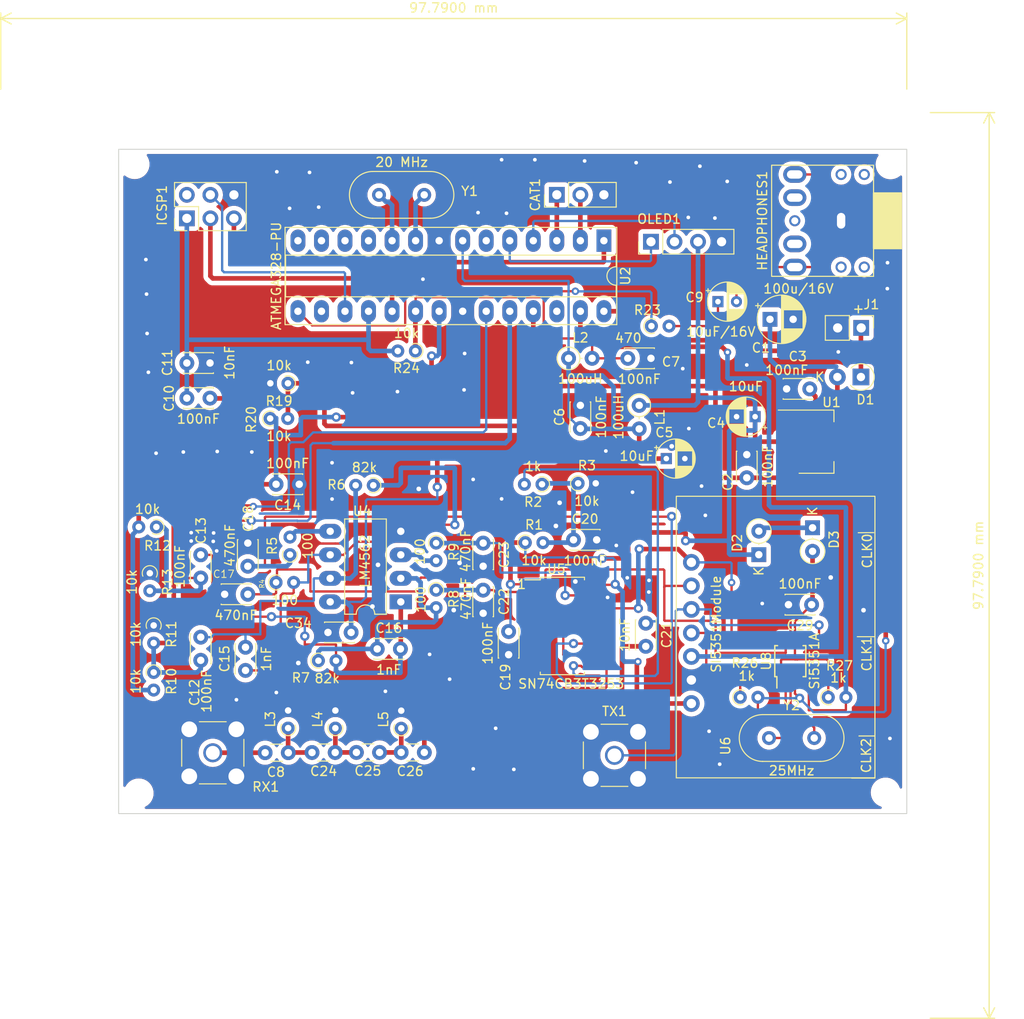
<source format=kicad_pcb>
(kicad_pcb (version 20211014) (generator pcbnew)
  (layers (0 "F.Cu" signal) (31 "B.Cu" signal) (34 "B.Paste" user) (35 "F.Paste" user) (36 "B.SilkS" user "B.Silkscreen") (37 "F.SilkS" user "F.Silkscreen") (38 "B.Mask" user) (39 "F.Mask" user) (44 "Edge.Cuts" user))
  (net 0 "")
  (net 1 "GNDPWR")
  (net 2 "+12V")
  (net 3 "+5V")
  (net 4 "Net-(C7-Pad1)")
  (net 5 "Net-(C9-Pad2)")
  (net 6 "Net-(C9-Pad1)")
  (net 7 "Net-(C10-Pad2)")
  (net 8 "Net-(C10-Pad1)")
  (net 9 "Net-(C12-Pad2)")
  (net 10 "Net-(C12-Pad1)")
  (net 11 "Net-(C13-Pad2)")
  (net 12 "Net-(C13-Pad1)")
  (net 13 "Net-(C14-Pad2)")
  (net 14 "Net-(C15-Pad1)")
  (net 15 "Net-(C16-Pad1)")
  (net 16 "Net-(C17-Pad2)")
  (net 17 "Net-(C18-Pad2)")
  (net 18 "Net-(C20-Pad1)")
  (net 19 "Net-(C21-Pad2)")
  (net 20 "Net-(C21-Pad1)")
  (net 21 "Net-(C22-Pad1)")
  (net 22 "Net-(C23-Pad1)")
  (net 24 "Net-(D1-Pad1)")
  (net 25 "Net-(R5-Pad2)")
  (net 26 "Net-(R9-Pad2)")
  (net 27 "Net-(R23-Pad1)")
  (net 31 "Net-(C5-Pad1)")
  (net 32 "Net-(U2-Pad9)")
  (net 41 "Net-(C24-Pad1)")
  (net 42 "Net-(C29-Pad1)")
  (net 43 "Net-(C24-Pad2)")
  (net 45 "Net-(D2-Pad2)")
  (net 46 "Net-(OLED1-Pad1)")
  (net 47 "Net-(OLED1-Pad2)")
  (net 48 "Net-(U5-Pad14)")
  (net 49 "Net-(U5-Pad2)")
  (net 50 "Net-(TX1-Pad1)")
  (net 51 "Net-(U8-Pad3)")
  (net 52 "Net-(U8-Pad2)")
  (net 53 "Net-(C25-Pad2)")
  (net 54 "Net-(C8-Pad1)")
  (net 55 "Net-(ICSP1-Pad3)")
  (net 56 "Net-(ICSP1-Pad4)")
  (net 57 "Net-(ICSP1-Pad5)")
  (net 58 "Net-(U2-Pad10)")
  (net 59 "Net-(CAT1-Pad1)")
  (net 60 "Net-(CAT1-Pad2)")
  (net 61 "Net-(R26-Pad2)")
  (net 62 "Net-(R27-Pad2)")
  (footprint "Capacitor_THT:CP_Radial_D5.0mm_P2.50mm" (layer "F.Cu") (at 177.784888 79.512)
    (fp_text reference "C1")
    (fp_text value "100u/16V")
  )
  (footprint "Capacitor_THT:C_Disc_D3.0mm_W2.0mm_P2.50mm" (layer "F.Cu") (at 175.28 96.622 90)
    (fp_text reference "C2")
    (fp_text value "100nF")
  )
  (footprint "Capacitor_THT:C_Disc_D3.0mm_W2.0mm_P2.50mm" (layer "F.Cu") (at 182.08 87.022 180)
    (fp_text reference "C3")
    (fp_text value "100nF")
  )
  (footprint "Capacitor_THT:CP_Radial_D4.0mm_P2.00mm" (layer "F.Cu") (at 176.18 90.022 180)
    (fp_text reference "C4")
    (fp_text value "10uF")
  )
  (footprint "Capacitor_THT:CP_Radial_D4.0mm_P2.00mm" (layer "F.Cu") (at 166.597401 94.552)
    (fp_text reference "C5")
    (fp_text value "10uF")
  )
  (footprint "Capacitor_THT:C_Disc_D3.0mm_W2.0mm_P2.50mm" (layer "F.Cu") (at 157.32 91.302 90)
    (fp_text reference "C6")
    (fp_text value "100nF")
  )
  (footprint "Capacitor_THT:C_Disc_D3.0mm_W2.0mm_P2.50mm" (layer "F.Cu") (at 162.44 83.722)
    (fp_text reference "C7")
    (fp_text value "100nF")
  )
  (footprint "Capacitor_THT:CP_Radial_D4.0mm_P2.00mm" (layer "F.Cu") (at 172.17 77.602)
    (fp_text reference "C9")
    (fp_text value "10uF/16V")
  )
  (footprint "Capacitor_THT:C_Disc_D3.0mm_W2.0mm_P2.50mm" (layer "F.Cu") (at 114.85 88.02)
    (fp_text reference "C10")
    (fp_text value "100nF")
  )
  (footprint "Capacitor_THT:C_Disc_D3.0mm_W2.0mm_P2.50mm" (layer "F.Cu") (at 114.85 84.23)
    (fp_text reference "C11")
    (fp_text value "10nF")
  )
  (footprint "Capacitor_THT:C_Disc_D3.0mm_W2.0mm_P2.50mm" (layer "F.Cu") (at 116.35 113.832 -90)
    (fp_text reference "C12")
    (fp_text value "100nF")
  )
  (footprint "Capacitor_THT:C_Disc_D3.0mm_W2.0mm_P2.50mm" (layer "F.Cu") (at 116.35 104.942 -90)
    (fp_text reference "C13")
    (fp_text value "100nF")
  )
  (footprint "Capacitor_THT:C_Disc_D3.0mm_W2.0mm_P2.50mm" (layer "F.Cu") (at 126.98 97.322 180)
    (fp_text reference "C14")
    (fp_text value "100nF")
  )
  (footprint "Capacitor_THT:C_Disc_D3.0mm_W2.0mm_P2.50mm" (layer "F.Cu") (at 121.18 117.422 90)
    (fp_text reference "C15")
    (fp_text value "1nF")
  )
  (footprint "Capacitor_THT:C_Disc_D3.0mm_W2.0mm_P2.50mm" (layer "F.Cu") (at 135.4 115.102)
    (fp_text reference "C16")
    (fp_text value "1nF")
  )
  (footprint "Capacitor_THT:C_Disc_D3.0mm_W2.0mm_P2.50mm" (layer "F.Cu") (at 118.93 109.2)
    (fp_text reference "C17")
    (fp_text value "470nF")
  )
  (footprint "Capacitor_THT:C_Disc_D3.0mm_W2.0mm_P2.50mm" (layer "F.Cu") (at 121.43 103.672 -90)
    (fp_text reference "C18")
    (fp_text value "470nF")
  )
  (footprint "Capacitor_THT:C_Disc_D3.0mm_W2.0mm_P2.50mm" (layer "F.Cu") (at 149.58 113.222 -90)
    (fp_text reference "C19")
    (fp_text value "100nF")
  )
  (footprint "Capacitor_THT:C_Disc_D3.0mm_W2.0mm_P2.50mm" (layer "F.Cu") (at 156.58 103.322)
    (fp_text reference "C20")
    (fp_text value "100nF")
  )
  (footprint "Capacitor_THT:C_Disc_D3.0mm_W2.0mm_P2.50mm" (layer "F.Cu") (at 164.38 112.322 -90)
    (fp_text reference "C21")
    (fp_text value "10nF")
  )
  (footprint "Capacitor_THT:C_Disc_D3.0mm_W2.0mm_P2.50mm" (layer "F.Cu") (at 146.83 108.752 -90)
    (fp_text reference "C22")
    (fp_text value "470nF")
  )
  (footprint "Capacitor_THT:C_Disc_D3.0mm_W2.0mm_P2.50mm" (layer "F.Cu") (at 146.83 103.672 -90)
    (fp_text reference "C23")
    (fp_text value "470nF")
  )
  (footprint "Capacitor_THT:C_Disc_D3.0mm_W2.0mm_P2.50mm" (layer "F.Cu") (at 132.58 113.322 180)
    (fp_text reference "C34")
    (fp_text value "100nF" hide)
  )
  (footprint "footprints:PJ-307" (layer "F.Cu") (at 182.4625 68.87 180)
    (fp_text reference "HEADPHONES1")
    (fp_text value "AudioJack3_SwitchTR")
  )
  (footprint "Diode_THT:D_A-405_P2.54mm_Vertical_AnodeUp" (layer "F.Cu") (at 187.6 85.74 180)
    (fp_text reference "D1")
    (fp_text value "1N5819" hide)
  )
  (footprint "Connector_PinHeader_2.54mm:PinHeader_1x02_P2.54mm_Vertical" (layer "F.Cu") (at 187.63 80.44 -90)
    (fp_text reference "J1")
    (fp_text value "DC 12v")
  )
  (footprint "Inductor_THT:L_Axial_L5.3mm_D2.2mm_P2.54mm_Vertical_Vishay_IM-1" (layer "F.Cu") (at 163.67 88.802 -90)
    (fp_text reference "L1")
    (fp_text value "100uH")
  )
  (footprint "Inductor_THT:L_Axial_L5.3mm_D2.2mm_P2.54mm_Vertical_Vishay_IM-1" (layer "F.Cu") (at 156.05 83.722)
    (fp_text reference "L2")
    (fp_text value "100uH")
  )
  (footprint "Resistor_THT:R_Axial_DIN0204_L3.6mm_D1.6mm_P1.90mm_Vertical" (layer "F.Cu") (at 151.38 103.622)
    (fp_text reference "R1")
    (fp_text value "10k")
  )
  (footprint "Resistor_THT:R_Axial_DIN0204_L3.6mm_D1.6mm_P1.90mm_Vertical" (layer "F.Cu") (at 153.18 97.322 180)
    (fp_text reference "R2")
    (fp_text value "1k")
  )
  (footprint "Resistor_THT:R_Axial_DIN0204_L3.6mm_D1.6mm_P1.90mm_Vertical" (layer "F.Cu") (at 157.08 97.222)
    (fp_text reference "R3")
    (fp_text value "10k")
  )
  (footprint "Resistor_THT:R_Axial_DIN0204_L3.6mm_D1.6mm_P1.90mm_Vertical" (layer "F.Cu") (at 124.48 107.922)
    (fp_text reference "R4")
    (fp_text value "100")
  )
  (footprint "Resistor_THT:R_Axial_DIN0204_L3.6mm_D1.6mm_P1.90mm_Vertical" (layer "F.Cu") (at 125.98 104.922 90)
    (fp_text reference "R5")
    (fp_text value "100")
  )
  (footprint "Resistor_THT:R_Axial_DIN0204_L3.6mm_D1.6mm_P1.90mm_Vertical" (layer "F.Cu") (at 134.97 97.43 180)
    (fp_text reference "R6")
    (fp_text value "82k")
  )
  (footprint "Resistor_THT:R_Axial_DIN0204_L3.6mm_D1.6mm_P1.90mm_Vertical" (layer "F.Cu") (at 129.05 116.372)
    (fp_text reference "R7")
    (fp_text value "82k")
  )
  (footprint "Resistor_THT:R_Axial_DIN0204_L3.6mm_D1.6mm_P1.90mm_Vertical" (layer "F.Cu") (at 141.75 108.752 -90)
    (fp_text reference "R8")
    (fp_text value "100")
  )
  (footprint "Resistor_THT:R_Axial_DIN0204_L3.6mm_D1.6mm_P1.90mm_Vertical" (layer "F.Cu") (at 141.75 103.672 -90)
    (fp_text reference "R9")
    (fp_text value "100")
  )
  (footprint "Resistor_THT:R_Axial_DIN0204_L3.6mm_D1.6mm_P1.90mm_Vertical" (layer "F.Cu") (at 111.27 117.642 -90)
    (fp_text reference "R10")
    (fp_text value "10k")
  )
  (footprint "Resistor_THT:R_Axial_DIN0204_L3.6mm_D1.6mm_P1.90mm_Vertical" (layer "F.Cu") (at 111.27 112.562 -90)
    (fp_text reference "R11")
    (fp_text value "10k")
  )
  (footprint "Resistor_THT:R_Axial_DIN0204_L3.6mm_D1.6mm_P1.90mm_Vertical" (layer "F.Cu") (at 111.56 101.93 180)
    (fp_text reference "R12")
    (fp_text value "10k")
  )
  (footprint "Resistor_THT:R_Axial_DIN0204_L3.6mm_D1.6mm_P1.90mm_Vertical" (layer "F.Cu") (at 110.854999 106.927001 -90)
    (fp_text reference "R13")
    (fp_text value "10k")
  )
  (footprint "Resistor_THT:R_Axial_DIN0204_L3.6mm_D1.6mm_P1.90mm_Vertical" (layer "F.Cu") (at 125.76 86.42 180)
    (fp_text reference "R19")
    (fp_text value "10k")
  )
  (footprint "Resistor_THT:R_Axial_DIN0204_L3.6mm_D1.6mm_P1.90mm_Vertical" (layer "F.Cu") (at 123.84 90.22)
    (fp_text reference "R20")
    (fp_text value "10k")
  )
  (footprint "Resistor_THT:R_Axial_DIN0204_L3.6mm_D1.6mm_P1.90mm_Vertical" (layer "F.Cu") (at 164.99 80.24)
    (fp_text reference "R23")
    (fp_text value "470")
  )
  (footprint "Resistor_THT:R_Axial_DIN0204_L3.6mm_D1.6mm_P1.90mm_Vertical" (layer "F.Cu") (at 139.515 82.93 180)
    (fp_text reference "R24")
    (fp_text value "10k")
  )
  (footprint "Package_DIP:DIP-28_W7.62mm_Socket_LongPads" (layer "F.Cu") (at 159.86 71.022 -90)
    (fp_text reference "U2")
    (fp_text value "ATMEGA328-PU")
  )
  (footprint "Package_DIP:DIP-8_W7.62mm_LongPads" (layer "F.Cu") (at 137.94 110.022 180)
    (fp_text reference "U4")
    (fp_text value "LM4562")
  )
  (footprint "Crystal:Crystal_HC49-U_Vertical" (layer "F.Cu") (at 140.47 66.072 180)
    (fp_text reference "Y1")
    (fp_text value "20 MHz")
  )
  (footprint "Package_SO:SOIC-16_4.55x10.3mm_P1.27mm" (layer "F.Cu") (at 155.38 112.622)
    (fp_text reference "U5")
    (fp_text value "SN74CB3T3253")
  )
  (footprint "Capacitor_THT:C_Disc_D3.0mm_W2.0mm_P2.50mm" (layer "F.Cu") (at 182.28 110.322 180)
    (fp_text reference "C29")
    (fp_text value "100nF")
  )
  (footprint "Diode_THT:D_DO-35_SOD27_P2.54mm_Vertical_KathodeUp" (layer "F.Cu") (at 176.58 104.922 90)
    (fp_text reference "D2")
    (fp_text value "1N4148")
  )
  (footprint "Diode_THT:D_DO-35_SOD27_P2.54mm_Vertical_KathodeUp" (layer "F.Cu") (at 182.38 102.022 -90)
    (fp_text reference "D3")
    (fp_text value "1N4148")
  )
  (footprint "Connector_Coaxial:SMA_Amphenol_901-144_Vertical" (layer "F.Cu") (at 117.65 126.318)
    (fp_text reference "RX1")
    (fp_text value "SMA")
  )
  (footprint "Resistor_THT:R_Axial_DIN0204_L3.6mm_D1.6mm_P1.90mm_Vertical" (layer "F.Cu") (at 174.58 120.322)
    (fp_text reference "R26")
    (fp_text value "1k")
  )
  (footprint "Resistor_THT:R_Axial_DIN0204_L3.6mm_D1.6mm_P1.90mm_Vertical" (layer "F.Cu") (at 184.08 120.322)
    (fp_text reference "R27")
    (fp_text value "1k")
  )
  (footprint "footprints:SI5351 Module" (layer "F.Cu") (at 174.28 129.022 90)
    (fp_text reference "U6")
    (fp_text value "SI5351Module")
  )
  (footprint "Package_SO:MSOP-10_3x3mm_P0.5mm" (layer "F.Cu") (at 179.98 116.422 90)
    (fp_text reference "U8")
    (fp_text value "Si5351A")
  )
  (footprint "Crystal:Crystal_HC49-U_Vertical" (layer "F.Cu") (at 177.68 124.722)
    (fp_text reference "Y2")
    (fp_text value "25MHz")
  )
  (footprint "Package_TO_SOT_SMD:SOT-223-3_TabPin2" (layer "F.Cu") (at 182.78 92.722)
    (fp_text reference "U1")
    (fp_text value "LM1117-5.0" hide)
  )
  (footprint "Resistor_THT:R_Axial_DIN0204_L3.6mm_D1.6mm_P1.90mm_Vertical" (layer "F.Cu") (at 130.88 123.653 90)
    (fp_text reference "L4")
    (fp_text value "2.2uH")
  )
  (footprint "MountingHole:MountingHole_2.2mm_M2" (layer "F.Cu") (at 190.264 130.596)
    (fp_text reference "H4" hide)
    (fp_text value "MountingHole")
  )
  (footprint "Capacitor_THT:C_Disc_D3.0mm_W1.6mm_P2.50mm" (layer "F.Cu") (at 137.98 126.278)
    (fp_text reference "C26")
    (fp_text value "2.2nF")
  )
  (footprint "Capacitor_THT:C_Disc_D3.0mm_W1.6mm_P2.50mm" (layer "F.Cu") (at 128.36 126.288)
    (fp_text reference "C24")
    (fp_text value "820")
  )
  (footprint "Connector_PinHeader_2.54mm:PinHeader_1x03_P2.54mm_Vertical" (layer "F.Cu") (at 154.78 66.062 90)
    (fp_text reference "CAT1")
    (fp_text value "CAT")
  )
  (footprint "Connector_Coaxial:SMA_Amphenol_901-144_Vertical" (layer "F.Cu") (at 161 126.59)
    (fp_text reference "TX1")
    (fp_text value "SMA")
  )
  (footprint "Resistor_THT:R_Axial_DIN0204_L3.6mm_D1.6mm_P1.90mm_Vertical" (layer "F.Cu") (at 137.99 123.668 90)
    (fp_text reference "L5")
    (fp_text value "2.2uH")
  )
  (footprint "Resistor_THT:R_Axial_DIN0204_L3.6mm_D1.6mm_P1.90mm_Vertical" (layer "F.Cu") (at 125.78 123.648 90)
    (fp_text reference "L3")
    (fp_text value "2.2uH")
  )
  (footprint "MountingHole:MountingHole_2.2mm_M2" (layer "F.Cu") (at 109.66 130.69)
    (fp_text reference "H3" hide)
    (fp_text value "MountingHole" hide)
  )
  (footprint "MountingHole:MountingHole_2.2mm_M2" (layer "F.Cu") (at 109.22 62.77)
    (fp_text reference "H1" hide)
    (fp_text value "MountingHole" hide)
  )
  (footprint "Connector_PinHeader_2.54mm:PinHeader_1x04_P2.54mm_Vertical" (layer "F.Cu") (at 164.94 71.13 90)
    (fp_text reference "OLED1")
    (fp_text value "Display" hide)
  )
  (footprint "Capacitor_THT:C_Disc_D3.0mm_W1.6mm_P2.50mm" (layer "F.Cu") (at 133.15 126.278)
    (fp_text reference "C25")
    (fp_text value "820")
  )
  (footprint "MountingHole:MountingHole_2.2mm_M2" (layer "F.Cu") (at 190.79 62.79)
    (fp_text reference "H2" hide)
    (fp_text value "MountingHole" hide)
  )
  (footprint "Connector_PinHeader_2.54mm:PinHeader_2x03_P2.54mm_Vertical" (layer "F.Cu") (at 114.85 68.61 90)
    (fp_text reference "ICSP1")
    (fp_text value "ICSP")
  )
  (footprint "Capacitor_THT:C_Disc_D3.0mm_W1.6mm_P2.50mm" (layer "F.Cu") (at 123.3 126.308)
    (fp_text reference "C8")
    (fp_text value "2.2nF")
  )
  (gr_rect (start 107.49 61.152) (end 192.55 132.882) (layer "Edge.Cuts") (width 0.1) (fill none))
  (gr_text "1" (at 150.98 108.122) (layer "F.SilkS") (effects (font (size 1 1))))
  (gr_text "+" (at 187.25 78.42 90) (layer "F.SilkS") (effects (font (size 1 1))))
  (dimension (type aligned) (layer "F.SilkS") (pts (xy 192.55 54.65) (xy 94.76 54.65)) (height 7.62) (gr_text "97.7900 mm" (at 143.655 45.88) (layer "F.SilkS") (effects (font (size 1 1) (thickness 0.15)))) (format (units 2) (units_format 1) (precision 4)) (style (thickness 0.15) (arrow_length 1.27) (text_position_mode 0) (extension_height 0.58642) (extension_offset 0) keep_text_aligned))
  (dimension (type aligned) (layer "F.SilkS") (pts (xy 195.09 57.19) (xy 195.09 154.98)) (height -6.35) (gr_text "97.7900 mm" (at 200.29 106.085 90) (layer "F.SilkS") (effects (font (size 1 1) (thickness 0.15)))) (format (units 2) (units_format 1) (precision 4)) (style (thickness 0.15) (arrow_length 1.27) (text_position_mode 0) (extension_height 0.58642) (extension_offset 0) keep_text_aligned))
  (segment (start 130.88 103.722) (end 129.548996 103.722) (width 0.25) (layer "F.Cu") (net 1))
  (segment (start 131.68 103.722) (end 130.88 103.722) (width 0.25) (layer "F.Cu") (net 1))
  (segment (start 180.005489 114.196511) (end 179.98 114.222) (width 0.25) (layer "F.Cu") (net 1))
  (segment (start 180.005489 110.547489) (end 180.005489 114.196511) (width 0.25) (layer "F.Cu") (net 1))
  (segment (start 179.78 110.322) (end 180.005489 110.547489) (width 0.25) (layer "F.Cu") (net 1))
  (segment (start 179.98 113.647009) (end 180.004999 113.647009) (width 0.25) (layer "F.Cu") (net 1))
  (segment (start 179.98 113.647009) (end 179.98 114.222) (width 0.25) (layer "F.Cu") (net 1))
  (segment (start 129.548996 103.722) (end 128.88 103.722) (width 0.25) (layer "F.Cu") (net 1))
  (via (at 160.26 109.54) (size 0.8) (drill 0.4) (layers "F.Cu" "B.Cu") (net 1))
  (via (at 148.18 123.67) (size 0.8) (drill 0.4) (layers "F.Cu" "B.Cu") (net 1))
  (via (at 144.77 87.13) (size 0.8) (drill 0.4) (layers "F.Cu" "B.Cu") (net 1))
  (via (at 172.357 127.548) (size 0.8) (drill 0.4) (layers "F.Cu" "B.Cu") (net 1))
  (via (at 160.07 93.73) (size 0.8) (drill 0.4) (layers "F.Cu" "B.Cu") (net 1))
  (via (at 121.86 93.84) (size 0.8) (drill 0.4) (layers "F.Cu" "B.Cu") (net 1))
  (via (at 145.75 96.8) (size 0.8) (drill 0.4) (layers "F.Cu" "B.Cu") (net 1))
  (via (at 164.71 108.96) (size 0.8) (drill 0.4) (layers "F.Cu" "B.Cu") (net 1))
  (via (at 157.78 62.41) (size 0.8) (drill 0.4) (layers "F.Cu" "B.Cu") (net 1))
  (via (at 115.32 103.45) (size 0.8) (drill 0.4) (layers "F.Cu" "B.Cu") (net 1))
  (via (at 167.18 93.222) (size 1) (drill 0.5) (layers "F.Cu" "B.Cu") (net 1))
  (via (at 173.17 64.62) (size 0.8) (drill 0.4) (layers "F.Cu" "B.Cu") (net 1))
  (via (at 169.03 91.31) (size 0.8) (drill 0.4) (layers "F.Cu" "B.Cu") (net 1))
  (via (at 171.84 68.58) (size 0.8) (drill 0.4) (layers "F.Cu" "B.Cu") (net 1))
  (via (at 132.74 87.45) (size 0.8) (drill 0.4) (layers "F.Cu" "B.Cu") (net 1))
  (via (at 155.08 99.322) (size 1) (drill 0.5) (layers "F.Cu" "B.Cu") (net 1))
  (via (at 148.82 62.28) (size 0.8) (drill 0.4) (layers "F.Cu" "B.Cu") (net 1))
  (via (at 170.81 100.68) (size 0.8) (drill 0.4) (layers "F.Cu" "B.Cu") (net 1))
  (via (at 134.88 110.522) (size 1) (drill 0.5) (layers "F.Cu" "B.Cu") (net 1))
  (via (at 150.14 128.11) (size 0.8) (drill 0.4) (layers "F.Cu" "B.Cu") (net 1))
  (via (at 143.21 118.37) (size 0.8) (drill 0.4) (layers "F.Cu" "B.Cu") (net 1))
  (via (at 156.78 107.822) (size 1) (drill 0.5) (layers "F.Cu" "B.Cu") (net 1))
  (via (at 117.74 102.58) (size 0.8) (drill 0.4) (layers "F.Cu" "B.Cu") (net 1))
  (via (at 161.2 103.93) (size 0.8) (drill 0.4) (layers "F.Cu" "B.Cu") (net 1))
  (via (at 135.48 106.022) (size 1) (drill 0.5) (layers "F.Cu" "B.Cu") (net 1))
  (via (at 163.34 62.6) (size 0.8) (drill 0.4) (layers "F.Cu" "B.Cu") (net 1))
  (via (at 137.58 87.32) (size 0.8) (drill 0.4) (layers "F.Cu" "B.Cu") (net 1))
  (via (at 110.43 73.06) (size 0.8) (drill 0.4) (layers "F.Cu" "B.Cu") (net 1))
  (via (at 120.2 120.59) (size 0.8) (drill 0.4) (layers "F.Cu" "B.Cu") (net 1))
  (via (at 145.76 128.05) (size 0.8) (drill 0.4) (layers "F.Cu" "B.Cu") (net 1))
  (via (at 149.35 68.06) (size 0.8) (drill 0.4) (layers "F.Cu" "B.Cu") (net 1))
  (via (at 118.13 93.78) (size 0.8) (drill 0.4) (layers "F.Cu" "B.Cu") (net 1))
  (via (at 168.97 68.51) (size 0.8) (drill 0.4) (layers "F.Cu" "B.Cu") (net 1))
  (via (at 146.28 67.99) (size 0.8) (drill 0.4) (layers "F.Cu" "B.Cu") (net 1))
  (via (at 111.53 93.97) (size 0.8) (drill 0.4) (layers "F.Cu" "B.Cu") (net 1))
  (via (at 171.214 123.992) (size 0.8) (drill 0.4) (layers "F.Cu" "B.Cu") (net 1))
  (via (at 114.47 93.84) (size 0.8) (drill 0.4) (layers "F.Cu" "B.Cu") (net 1))
  (via (at 190.45 76.2) (size 0.8) (drill 0.4) (layers "F.Cu" "B.Cu") (net 1))
  (via (at 152.41 62.28) (size 0.8) (drill 0.4) (layers "F.Cu" "B.Cu") (net 1))
  (via (at 170.22 62.98) (size 0.8) (drill 0.4) (layers "F.Cu" "B.Cu") (net 1))
  (via (at 166.99 64.69) (size 0.8) (drill 0.4) (layers "F.Cu" "B.Cu") (net 1))
  (via (at 144.28 105.822) (size 1) (drill 0.5) (layers "F.Cu" "B.Cu") (net 1))
  (via (at 170.4 97.52) (size 0.8) (drill 0.4) (layers "F.Cu" "B.Cu") (net 1))
  (via (at 164.73 107.7) (size 0.8) (drill 0.4) (layers "F.Cu" "B.Cu") (net 1))
  (via (at 118.07 104.52) (size 0.8) (drill 0.4) (layers "F.Cu" "B.Cu") (net 1))
  (via (at 154.68 101.822) (size 1) (drill 0.5) (layers "F.Cu" "B.Cu") (net 1))
  (via (at 143.655 110.911) (size 1) (drill 0.5) (layers "F.Cu" "B.Cu") (net 1))
  (via (at 132.61 84.18) (size 0.8) (drill 0.4) (layers "F.Cu" "B.Cu") (net 1))
  (via (at 141.05 115.69) (size 0.8) (drill 0.4) (layers "F.Cu" "B.Cu") (net 1))
  (via (at 130.52 95) (size 0.8) (drill 0.4) (layers "F.Cu" "B.Cu") (net 1))
  (via (at 140.33 75.18) (size 0.8) (drill 0.4) (layers "F.Cu" "B.Cu") (net 1))
  (via (at 110.5 76.79) (size 0.8) (drill 0.4) (layers "F.Cu" "B.Cu") (net 1))
  (via (at 110.56 81.04) (size 0.8) (drill 0.4) (layers "F.Cu" "B.Cu") (net 1))
  (via (at 185.16 83.03) (size 0.8) (drill 0.4) (layers "F.Cu" "B.Cu") (net 1))
  (via (at 176.95 110.2) (size 0.8) (drill 0.4) (layers "F.Cu" "B.Cu") (net 1))
  (via (at 162.95 98.18) (size 0.8) (drill 0.4) (layers "F.Cu" "B.Cu") (net 1))
  (via (at 187.88 110.922) (size 1) (drill 0.5) (layers "F.Cu" "B.Cu") (net 1))
  (via (at 139.88 97.822) (size 1) (drill 0.5) (layers "F.Cu" "B.Cu") (net 1))
  (via (at 136.28 119.68) (size 0.8) (drill 0.4) (layers "F.Cu" "B.Cu") (net 1))
  (via (at 162.38 107.42) (size 0.8) (drill 0.4) (layers "F.Cu" "B.Cu") (net 1))
  (via (at 110.7 85.23) (size 0.8) (drill 0.4) (layers "F.Cu" "B.Cu") (net 1))
  (via (at 127.9 84.14) (size 0.8) (drill 0.4) (layers "F.Cu" "B.Cu") (net 1))
  (via (at 115.32 102.55) (size 0.8) (drill 0.4) (layers "F.Cu" "B.Cu") (net 1))
  (via (at 124.56 63.58) (size 0.8) (drill 0.4) (layers "F.Cu" "B.Cu") (net 1))
  (via (at 184.34 107.39) (size 1) (drill 0.5) (layers "F.Cu" "B.Cu") (net 1))
  (via (at 168.37 84.84) (size 0.8) (drill 0.4) (layers "F.Cu" "B.Cu") (net 1))
  (via (at 126.88 116.622) (size 1) (drill 0.5) (layers "F.Cu" "B.Cu") (net 1))
  (via (at 175.28 84.44) (size 0.8) (drill 0.4) (layers "F.Cu" "B.Cu") (net 1))
  (via (at 125.94 67.53) (size 0.8) (drill 0.4) (layers "F.Cu" "B.Cu") (net 1))
  (via (at 124.51 119.81) (size 0.8) (drill 0.4) (layers "F.Cu" "B.Cu") (net 1))
  (via (at 130.52 98.92) (size 0.8) (drill 0.4) (layers "F.Cu" "B.Cu") (net 1))
  (via (at 129.08 67.4) (size 0.8) (drill 0.4) (layers "F.Cu" "B.Cu") (net 1))
  (via (at 148.82 98.9) (size 0.8) (drill 0.4) (layers "F.Cu" "B.Cu") (net 1))
  (via (at 128.09 63.65) (size 0.8) (drill 0.4) (layers "F.Cu" "B.Cu") (net 1))
  (via (at 190.47 73.4) (size 0.8) (drill 0.4) (layers "F.Cu" "B.Cu") (net 1))
  (via (at 144.83 83.2) (size 0.8) (drill 0.4) (layers "F.Cu" "B.Cu") (net 1))
  (via (at 190.73 124.77) (size 0.8) (drill 0.4) (layers "F.Cu" "B.Cu") (net 1))
  (via (at 117.7 103.49) (size 0.8) (drill 0.4) (layers "F.Cu" "B.Cu") (net 1))
  (segment (start 154.662 86.722) (end 154.662 94.248) (width 0.5) (layer "F.Cu") (net 2))
  (segment (start 154.662 94.248) (end 154.47 94.44) (width 0.5) (layer "F.Cu") (net 2))
  (segment (start 171.9 86.86) (end 171.762 86.722) (width 0.5) (layer "F.Cu") (net 2))
  (segment (start 175.28 96.622) (end 172.102 96.622) (width 0.5) (layer "F.Cu") (net 2))
  (segment (start 185.06 88.49) (end 185.12 88.55) (width 0.5) (layer "F.Cu") (net 2))
  (segment (start 175.28 96.622) (end 179.28 96.622) (width 0.5) (layer "F.Cu") (net 2))
  (segment (start 154.47 94.44) (end 141.89 94.44) (width 0.5) (layer "F.Cu") (net 2))
  (segment (start 185.12 88.55) (end 189.18 88.55) (width 0.5) (layer "F.Cu") (net 2))
  (segment (start 189.28 88.65) (end 189.28 96.622) (width 0.5) (layer "F.Cu") (net 2))
  (segment (start 179.63 96.272) (end 179.63 95.022) (width 0.5) (layer "F.Cu") (net 2))
  (segment (start 171.762 86.722) (end 154.662 86.722) (width 0.5) (layer "F.Cu") (net 2))
  (segment (start 171.9 96.42) (end 171.9 86.86) (width 0.5) (layer "F.Cu") (net 2))
  (segment (start 189.28 96.622) (end 179.28 96.622) (width 0.5) (layer "F.Cu") (net 2))
  (segment (start 189.18 88.55) (end 189.28 88.65) (width 0.5) (layer "F.Cu") (net 2))
  (segment (start 172.102 96.622) (end 171.9 96.42) (width 0.5) (layer "F.Cu") (net 2))
  (segment (start 185.06 85.74) (end 185.06 88.49) (width 0.5) (layer "F.Cu") (net 2))
  (segment (start 179.28 96.622) (end 179.63 96.272) (width 0.5) (layer "F.Cu") (net 2))
  (segment (start 141.89 94.44) (end 141.88 94.43) (width 0.5) (layer "F.Cu") (net 2))
  (segment (start 141.88 94.43) (end 141.88 97.622) (width 0.5) (layer "F.Cu") (net 2))
  (via (at 141.88 97.622) (size 1) (drill 0.5) (layers "F.Cu" "B.Cu") (net 2))
  (segment (start 141.88 98.94) (end 141.88 97.622) (width 0.25) (layer "B.Cu") (net 2))
  (segment (start 130.32 110.022) (end 133.68 110.022) (width 0.25) (layer "B.Cu") (net 2))
  (segment (start 132.58 112.19063) (end 132.58 113.322) (width 0.5) (layer "B.Cu") (net 2))
  (segment (start 133.68 110.022) (end 134.18 109.522) (width 0.25) (layer "B.Cu") (net 2))
  (segment (start 132.58 110.582) (end 132.58 112.19063) (width 0.5) (layer "B.Cu") (net 2))
  (segment (start 184.93 84.622) (end 178.58 84.622) (width 0.5) (layer "B.Cu") (net 2))
  (segment (start 134.32 98.94) (end 141.88 98.94) (width 0.25) (layer "B.Cu") (net 2))
  (segment (start 134.18 109.522) (end 134.18 99.08) (width 0.25) (layer "B.Cu") (net 2))
  (segment (start 132.02 110.022) (end 132.58 110.582) (width 0.5) (layer "B.Cu") (net 2))
  (segment (start 178.58 84.622) (end 177.784888 83.826888) (width 0.5) (layer "B.Cu") (net 2))
  (segment (start 134.18 99.08) (end 134.32 98.94) (width 0.25) (layer "B.Cu") (net 2))
  (segment (start 130.32 110.022) (end 132.02 110.022) (width 0.5) (layer "B.Cu") (net 2))
  (segment (start 177.784888 83.826888) (end 177.784888 79.512) (width 0.5) (layer "B.Cu") (net 2))
  (segment (start 161.025 108.177) (end 161.08 108.122) (width 0.25) (layer "F.Cu") (net 3))
  (segment (start 182.68 87.822) (end 182.08 87.222) (width 0.5) (layer "F.Cu") (net 3))
  (segment (start 168.68 102.62) (end 168.582 102.522) (width 0.5) (layer "F.Cu") (net 3))
  (segment (start 163.42 120.72) (end 163.42 116.582) (width 0.5) (layer "F.Cu") (net 3))
  (segment (start 179.63 92.722) (end 182.68 92.722) (width 0.5) (layer "F.Cu") (net 3))
  (segment (start 163.42 116.582) (end 163.53 116.472) (width 0.5) (layer "F.Cu") (net 3))
  (segment (start 182.68 92.722) (end 182.68 87.822) (width 0.5) (layer "F.Cu") (net 3))
  (segment (start 149.78 103.92) (end 150.078 103.622) (width 0.5) (layer "F.Cu") (net 3))
  (segment (start 162.48 105.11) (end 162.268 105.322) (width 0.5) (layer "F.Cu") (net 3))
  (segment (start 176.372 92.722) (end 179.63 92.722) (width 0.5) (layer "F.Cu") (net 3))
  (segment (start 163.6956 120.9956) (end 163.42 120.72) (width 0.5) (layer "F.Cu") (net 3))
  (segment (start 168.582 102.522) (end 162.48 102.522) (width 0.5) (layer "F.Cu") (net 3))
  (segment (start 150.078 103.622) (end 151.38 103.622) (width 0.5) (layer "F.Cu") (net 3))
  (segment (start 176.18 90.022) (end 176.18 92.53) (width 0.5) (layer "F.Cu") (net 3))
  (segment (start 176.18 92.53) (end 176.372 92.722) (width 0.5) (layer "F.Cu") (net 3))
  (segment (start 182.08 87.222) (end 182.08 87.022) (width 0.5) (layer "F.Cu") (net 3))
  (segment (start 162.268 105.322) (end 159.68 105.322) (width 0.5) (layer "F.Cu") (net 3))
  (segment (start 182.68 92.722) (end 185.93 92.722) (width 0.5) (layer "F.Cu") (net 3))
  (segment (start 169.3016 120.9956) (end 163.6956 120.9956) (width 0.5) (layer "F.Cu") (net 3))
  (segment (start 149.78 108.122) (end 149.78 103.92) (width 0.5) (layer "F.Cu") (net 3))
  (segment (start 158.63 108.177) (end 161.025 108.177) (width 0.25) (layer "F.Cu") (net 3))
  (segment (start 162.48 102.522) (end 162.48 105.11) (width 0.5) (layer "F.Cu") (net 3))
  (segment (start 168.68 103.422) (end 168.68 102.62) (width 0.5) (layer "F.Cu") (net 3))
  (segment (start 152.075 108.122) (end 152.13 108.177) (width 0.25) (layer "F.Cu") (net 3))
  (segment (start 149.78 108.122) (end 152.075 108.122) (width 0.25) (layer "F.Cu") (net 3))
  (via (at 159.68 105.322) (size 1) (drill 0.5) (layers "F.Cu" "B.Cu") (net 3))
  (via (at 149.78 108.122) (size 1) (drill 0.5) (layers "F.Cu" "B.Cu") (net 3))
  (via (at 163.53 116.472) (size 0.8) (drill 0.4) (layers "F.Cu" "B.Cu") (net 3))
  (via (at 161.08 108.122) (size 1) (drill 0.5) (layers "F.Cu" "B.Cu") (net 3))
  (via (at 168.68 103.422) (size 1) (drill 0.5) (layers "F.Cu" "B.Cu") (net 3))
  (segment (start 159.68 105.322) (end 159.58 105.222) (width 0.25) (layer "B.Cu") (net 3))
  (segment (start 168.68 103.422) (end 173.212 103.422) (width 0.5) (layer "B.Cu") (net 3))
  (segment (start 161.88 116.25) (end 162.102 116.472) (width 0.5) (layer "B.Cu") (net 3))
  (segment (start 163.67 88.802) (end 166.902 88.802) (width 0.5) (layer "B.Cu") (net 3))
  (segment (start 169.678 88.802) (end 166.902 88.802) (width 0.5) (layer "B.Cu") (net 3))
  (segment (start 173.38 104.81) (end 173.492 104.922) (width 0.5) (layer "B.Cu") (net 3))
  (segment (start 173.492 104.922) (end 176.58 104.922) (width 0.5) (layer "B.Cu") (net 3))
  (segment (start 159.712 105.29) (end 159.68 105.322) (width 0.25) (layer "B.Cu") (net 3))
  (segment (start 176.18 90.022) (end 176.18 91.44) (width 0.5) (layer "B.Cu") (net 3))
  (segment (start 161.88 108.922) (end 161.88 116.25) (width 0.5) (layer "B.Cu") (net 3))
  (segment (start 170.02 73.68) (end 170.02 83.262) (width 0.5) (layer "B.Cu") (net 3))
  (segment (start 161.08 108.122) (end 161.08 105.53) (width 0.25) (layer "B.Cu") (net 3))
  (segment (start 170.02 87.98) (end 175.85 87.98) (width 0.5) (layer "B.Cu") (net 3))
  (segment (start 151.38 105.122) (end 151.38 103.622) (width 0.25) (layer "B.Cu") (net 3))
  (segment (start 161.08 108.122) (end 161.88 108.922) (width 0.5) (layer "B.Cu") (net 3))
  (segment (start 173.38 103.59) (end 173.38 91.59) (width 0.5) (layer "B.Cu") (net 3))
  (segment (start 175.85 87.98) (end 176.18 88.31) (width 0.5) (layer "B.Cu") (net 3))
  (segment (start 173.38 91.59) (end 173.46 91.51) (width 0.5) (layer "B.Cu") (net 3))
  (segment (start 162.102 116.472) (end 163.53 116.472) (width 0.5) (layer "B.Cu") (net 3))
  (segment (start 170.02 83.262) (end 170.02 87.98) (width 0.5) (layer "B.Cu") (net 3))
  (segment (start 159.58 105.222) (end 151.48 105.222) (width 0.25) (layer "B.Cu") (net 3))
  (segment (start 173.38 103.59) (end 173.38 104.81) (width 0.5) (layer "B.Cu") (net 3))
  (segment (start 170.02 88.46) (end 169.678 88.802) (width 0.5) (layer "B.Cu") (net 3))
  (segment (start 170.02 87.98) (end 170.02 88.46) (width 0.5) (layer "B.Cu") (net 3))
  (segment (start 173.212 103.422) (end 173.38 103.59) (width 0.5) (layer "B.Cu") (net 3))
  (segment (start 160.84 105.29) (end 159.712 105.29) (width 0.25) (layer "B.Cu") (net 3))
  (segment (start 149.78 108.122) (end 149.78 112.722) (width 0.25) (layer "B.Cu") (net 3))
  (segment (start 176.18 88.31) (end 176.18 90.022) (width 0.5) (layer "B.Cu") (net 3))
  (segment (start 170.02 71.13) (end 170.02 73.68) (width 0.5) (layer "B.Cu") (net 3))
  (segment (start 173.46 91.51) (end 176.11 91.51) (width 0.5) (layer "B.Cu") (net 3))
  (segment (start 151.48 105.222) (end 151.38 105.122) (width 0.25) (layer "B.Cu") (net 3))
  (segment (start 176.18 91.44) (end 176.11 91.51) (width 0.5) (layer "B.Cu") (net 3))
  (segment (start 161.08 105.53) (end 160.84 105.29) (width 0.25) (layer "B.Cu") (net 3))
  (segment (start 139.515 78.667) (end 139.54 78.642) (width 0.25) (layer "F.Cu") (net 4))
  (segment (start 158.59 83.722) (end 162.44 83.722) (width 0.25) (layer "F.Cu") (net 4))
  (segment (start 158.59 81.7) (end 158.59 83.722) (width 0.25) (layer "F.Cu") (net 4))
  (segment (start 153.36452 77.13452) (end 153.36452 81.40452) (width 0.25) (layer "F.Cu") (net 4))
  (segment (start 139.54 78.642) (end 139.54 77.19) (width 0.25) (layer "F.Cu") (net 4))
  (segment (start 153.36452 81.40452) (end 153.54 81.58) (width 0.25) (layer "F.Cu") (net 4))
  (segment (start 139.515 82.93) (end 139.515 78.667) (width 0.5) (layer "F.Cu") (net 4))
  (segment (start 153.54 81.58) (end 158.47 81.58) (width 0.25) (layer "F.Cu") (net 4))
  (segment (start 139.54 77.19) (end 139.61252 77.11748) (width 0.25) (layer "F.Cu") (net 4))
  (segment (start 158.47 81.58) (end 158.59 81.7) (width 0.25) (layer "F.Cu") (net 4))
  (segment (start 139.61252 77.11748) (end 153.34748 77.11748) (width 0.25) (layer "F.Cu") (net 4))
  (segment (start 153.34748 77.11748) (end 153.36452 77.13452) (width 0.25) (layer "F.Cu") (net 4))
  (segment (start 183.25 63.91) (end 183.21 63.87) (width 0.25) (layer "F.Cu") (net 5))
  (segment (start 183.25 73.82) (end 183.25 63.91) (width 0.25) (layer "F.Cu") (net 5))
  (segment (start 174.17 74.08) (end 174.38 73.87) (width 0.25) (layer "F.Cu") (net 5))
  (segment (start 180.4625 73.87) (end 183.2 73.87) (width 0.25) (layer "F.Cu") (net 5))
  (segment (start 174.17 77.602) (end 174.17 74.08) (width 0.25) (layer "F.Cu") (net 5))
  (segment (start 183.21 63.87) (end 180.4625 63.87) (width 0.25) (layer "F.Cu") (net 5))
  (segment (start 174.38 73.87) (end 180.4625 73.87) (width 0.25) (layer "F.Cu") (net 5))
  (segment (start 183.2 73.87) (end 183.25 73.82) (width 0.25) (layer "F.Cu") (net 5))
  (segment (start 172.17 79.98) (end 171.91 80.24) (width 0.25) (layer "F.Cu") (net 6))
  (segment (start 172.17 77.602) (end 172.17 79.98) (width 0.25) (layer "F.Cu") (net 6))
  (segment (start 171.91 80.24) (end 166.89 80.24) (width 0.25) (layer "F.Cu") (net 6))
  (segment (start 125.74 88.05) (end 125.76 88.07) (width 0.5) (layer "F.Cu") (net 7))
  (segment (start 129.931511 91.021511) (end 151.868489 91.021511) (width 0.5) (layer "F.Cu") (net 7))
  (segment (start 151.868489 91.021511) (end 152.24 90.65) (width 0.5) (layer "F.Cu") (net 7))
  (segment (start 117.26 88.05) (end 125.74 88.05) (width 0.5) (layer "F.Cu") (net 7))
  (segment (start 125.76 90.2) (end 125.74 90.22) (width 0.5) (layer "F.Cu") (net 7))
  (segment (start 129.7 90.79) (end 129.931511 91.021511) (width 0.5) (layer "F.Cu") (net 7))
  (segment (start 125.76 88.07) (end 125.76 90.2) (width 0.5) (layer "F.Cu") (net 7))
  (segment (start 129.51 86.42) (end 129.7 86.61) (width 0.5) (layer "F.Cu") (net 7))
  (segment (start 125.76 86.42) (end 125.76 88.07) (width 0.5) (layer "F.Cu") (net 7))
  (segment (start 152.24 90.65) (end 152.24 78.642) (width 0.5) (layer "F.Cu") (net 7))
  (segment (start 125.76 86.42) (end 129.51 86.42) (width 0.5) (layer "F.Cu") (net 7))
  (segment (start 129.7 86.61) (end 129.7 90.79) (width 0.5) (layer "F.Cu") (net 7))
  (segment (start 134.46 78.642) (end 134.46 81.72) (width 0.5) (layer "B.Cu") (net 8))
  (segment (start 134.46 82.68) (end 134.71 82.93) (width 0.5) (layer "B.Cu") (net 8))
  (segment (start 114.85 84.23) (end 114.85 88.02) (width 0.5) (layer "B.Cu") (net 8))
  (segment (start 114.85 68.61) (end 114.85 84.23) (width 0.5) (layer "B.Cu") (net 8))
  (segment (start 134.46 81.72) (end 114.93 81.72) (width 0.5) (layer "B.Cu") (net 8))
  (segment (start 134.46 81.72) (end 134.46 82.68) (width 0.5) (layer "B.Cu") (net 8))
  (segment (start 134.71 82.93) (end 137.615 82.93) (width 0.5) (layer "B.Cu") (net 8))
  (segment (start 113.44 114.11) (end 113.44 99.89) (width 0.5) (layer "F.Cu") (net 9))
  (segment (start 113.6 99.73) (end 121.93 99.73) (width 0.5) (layer "F.Cu") (net 9))
  (segment (start 113.088 114.462) (end 113.44 114.11) (width 0.5) (layer "F.Cu") (net 9))
  (segment (start 111.27 114.462) (end 113.088 114.462) (width 0.5) (layer "F.Cu") (net 9))
  (segment (start 113.44 99.89) (end 113.6 99.73) (width 0.5) (layer "F.Cu") (net 9))
  (via (at 122.018 99.722) (size 0.8) (drill 0.4) (layers "F.Cu" "B.Cu") (net 9))
  (segment (start 125.854999 93.015001) (end 125.854999 99.535001) (width 0.25) (layer "B.Cu") (net 9))
  (segment (start 127.421 92.781) (end 126.089 92.781) (width 0.25) (layer "B.Cu") (net 9))
  (segment (start 128.48 91.722) (end 127.421 92.781) (width 0.25) (layer "B.Cu") (net 9))
  (segment (start 111.27 114.462) (end 111.27 117.642) (width 0.5) (layer "B.Cu") (net 9))
  (segment (start 147.16 91.42) (end 146.858 91.722) (width 0.25) (layer "B.Cu") (net 9))
  (segment (start 146.858 91.722) (end 128.48 91.722) (width 0.25) (layer "B.Cu") (net 9))
  (segment (start 122.018 99.722) (end 125.668 99.722) (width 0.25) (layer "B.Cu") (net 9))
  (segment (start 116.35 117.25) (end 115.958 117.642) (width 0.5) (layer "B.Cu") (net 9))
  (segment (start 115.958 117.642) (end 111.27 117.642) (width 0.5) (layer "B.Cu") (net 9))
  (segment (start 125.668 99.722) (end 125.854999 99.535001) (width 0.25) (layer "B.Cu") (net 9))
  (segment (start 147.16 78.642) (end 147.16 91.42) (width 0.25) (layer "B.Cu") (net 9))
  (segment (start 116.35 116.332) (end 116.35 117.25) (width 0.5) (layer "B.Cu") (net 9))
  (segment (start 126.089 92.781) (end 125.854999 93.015001) (width 0.25) (layer "B.Cu") (net 9))
  (segment (start 130.32 107.482) (end 128.608 107.482) (width 0.25) (layer "B.Cu") (net 10))
  (segment (start 133.08 101.701949) (end 133.08 106.922) (width 0.5) (layer "B.Cu") (net 10))
  (segment (start 128.608 107.482) (end 128.55 107.54) (width 0.25) (layer "B.Cu") (net 10))
  (segment (start 117.48137 113.832) (end 117.79137 113.522) (width 0.25) (layer "B.Cu") (net 10))
  (segment (start 133.08 106.922) (end 132.48 107.522) (width 0.5) (layer "B.Cu") (net 10))
  (segment (start 128.48 109.93) (end 126.438 109.93) (width 0.25) (layer "B.Cu") (net 10))
  (segment (start 132.48 107.522) (end 132.44 107.482) (width 0.5) (layer "B.Cu") (net 10))
  (segment (start 116.35 113.832) (end 117.48137 113.832) (width 0.25) (layer "B.Cu") (net 10))
  (segment (start 128.55 109.86) (end 128.48 109.93) (width 0.25) (layer "B.Cu") (net 10))
  (segment (start 126.43 109.922) (end 122.808 109.922) (width 0.25) (layer "B.Cu") (net 10))
  (segment (start 121.18 113.622) (end 121.18 114.922) (width 0.25) (layer "B.Cu") (net 10))
  (segment (start 121.08 113.522) (end 121.18 113.622) (width 0.25) (layer "B.Cu") (net 10))
  (segment (start 126.438 109.93) (end 126.43 109.922) (width 0.25) (layer "B.Cu") (net 10))
  (segment (start 128.55 107.54) (end 128.55 109.86) (width 0.25) (layer "B.Cu") (net 10))
  (segment (start 117.79137 113.522) (end 121.08 113.522) (width 0.25) (layer "B.Cu") (net 10))
  (segment (start 133.07 101.691949) (end 133.07 97.43) (width 0.5) (layer "B.Cu") (net 10))
  (segment (start 122.78 109.95) (end 122.78 113.522) (width 0.25) (layer "B.Cu") (net 10))
  (segment (start 122.78 113.522) (end 121.08 113.522) (width 0.25) (layer "B.Cu") (net 10))
  (segment (start 133.08 101.701949) (end 133.07 101.691949) (width 0.5) (layer "B.Cu") (net 10))
  (segment (start 132.44 107.482) (end 130.32 107.482) (width 0.5) (layer "B.Cu") (net 10))
  (segment (start 122.808 109.922) (end 122.78 109.95) (width 0.25) (layer "B.Cu") (net 10))
  (segment (start 114.13 101.5) (end 114.378 101.252) (width 0.25) (layer "F.Cu") (net 11))
  (segment (start 114.378 101.252) (end 121.8 101.252) (width 0.25) (layer "F.Cu") (net 11))
  (segment (start 114.26 107.46) (end 114.13 107.33) (width 0.25) (layer "F.Cu") (net 11))
  (segment (start 115.15 107.46) (end 114.26 107.46) (width 0.25) (layer "F.Cu") (net 11))
  (segment (start 115.168 107.442) (end 115.15 107.46) (width 0.25) (layer "F.Cu") (net 11))
  (segment (start 116.35 107.442) (end 115.168 107.442) (width 0.25) (layer "F.Cu") (net 11))
  (segment (start 114.13 107.33) (end 114.13 101.5) (width 0.25) (layer "F.Cu") (net 11))
  (via (at 121.8 101.252) (size 1) (drill 0.5) (layers "F.Cu" "B.Cu") (net 11))
  (segment (start 149.218 92.882) (end 130.668 92.882) (width 0.5) (layer "B.Cu") (net 11))
  (segment (start 128.438 92.882) (end 128.2 93.12) (width 0.25) (layer "B.Cu") (net 11))
  (segment (start 116.112999 108.827001) (end 116.35 108.59) (width 0.5) (layer "B.Cu") (net 11))
  (segment (start 128.2 93.12) (end 128.2 100.95) (width 0.25) (layer "B.Cu") (net 11))
  (segment (start 127.88 101.27) (end 126.778 101.27) (width 0.25) (layer "B.Cu") (net 11))
  (segment (start 112.3 101.93) (end 112.65 102.28) (width 0.5) (layer "B.Cu") (net 11))
  (segment (start 149.7 92.4) (end 149.218 92.882) (width 0.5) (layer "B.Cu") (net 11))
  (segment (start 112.65 102.28) (end 112.65 108.774002) (width 0.5) (layer "B.Cu") (net 11))
  (segment (start 116.35 108.59) (end 116.35 107.442) (width 0.5) (layer "B.Cu") (net 11))
  (segment (start 128.2 100.95) (end 127.88 101.27) (width 0.25) (layer "B.Cu") (net 11))
  (segment (start 130.668 92.882) (end 128.438 92.882) (width 0.25) (layer "B.Cu") (net 11))
  (segment (start 126.778 101.27) (end 126.76 101.252) (width 0.25) (layer "B.Cu") (net 11))
  (segment (start 111.56 101.93) (end 112.3 101.93) (width 0.5) (layer "B.Cu") (net 11))
  (segment (start 112.702999 108.827001) (end 116.112999 108.827001) (width 0.5) (layer "B.Cu") (net 11))
  (segment (start 149.7 78.642) (end 149.7 92.4) (width 0.5) (layer "B.Cu") (net 11))
  (segment (start 126.76 101.252) (end 121.8 101.252) (width 0.25) (layer "B.Cu") (net 11))
  (segment (start 112.65 108.774002) (end 112.702999 108.827001) (width 0.5) (layer "B.Cu") (net 11))
  (segment (start 110.854999 108.827001) (end 112.702999 108.827001) (width 0.5) (layer "B.Cu") (net 11))
  (segment (start 117.61 111.58) (end 117.61 105.084614) (width 0.25) (layer "F.Cu") (net 12))
  (segment (start 137.94 110.022) (end 137.94 115.062) (width 0.5) (layer "F.Cu") (net 12))
  (segment (start 123.98 111.622) (end 117.652 111.622) (width 0.25) (layer "F.Cu") (net 12))
  (segment (start 130.95 114.66) (end 130.95 116.372) (width 0.25) (layer "F.Cu") (net 12))
  (segment (start 137.94 115.062) (end 137.9 115.102) (width 0.5) (layer "F.Cu") (net 12))
  (segment (start 117.61 105.084614) (end 117.467386 104.942) (width 0.25) (layer "F.Cu") (net 12))
  (segment (start 117.467386 104.942) (end 116.35 104.942) (width 0.25) (layer "F.Cu") (net 12))
  (segment (start 130.912 114.622) (end 130.95 114.66) (width 0.25) (layer "F.Cu") (net 12))
  (segment (start 117.652 111.622) (end 117.61 111.58) (width 0.25) (layer "F.Cu") (net 12))
  (segment (start 127.58 113.722) (end 127.58 114.622) (width 0.25) (layer "F.Cu") (net 12))
  (segment (start 127.58 114.622) (end 130.912 114.622) (width 0.25) (layer "F.Cu") (net 12))
  (via (at 127.58 113.722) (size 1) (drill 0.5) (layers "F.Cu" "B.Cu") (net 12))
  (via (at 123.98 111.622) (size 1) (drill 0.5) (layers "F.Cu" "B.Cu") (net 12))
  (segment (start 127.58 113.722) (end 127.58 111.66) (width 0.25) (layer "B.Cu") (net 12))
  (segment (start 130.95 117.45) (end 130.95 116.372) (width 0.5) (layer "B.Cu") (net 12))
  (segment (start 127.182 111.62) (end 127.18 111.622) (width 0.25) (layer "B.Cu") (net 12))
  (segment (start 137.9 115.102) (end 137.9 117.66) (width 0.5) (layer "B.Cu") (net 12))
  (segment (start 127.18 111.622) (end 124.08 111.622) (width 0.25) (layer "B.Cu") (net 12))
  (segment (start 131.19 117.69) (end 130.95 117.45) (width 0.5) (layer "B.Cu") (net 12))
  (segment (start 137.87 117.69) (end 131.19 117.69) (width 0.5) (layer "B.Cu") (net 12))
  (segment (start 127.58 111.66) (end 127.54 111.62) (width 0.25) (layer "B.Cu") (net 12))
  (segment (start 137.9 117.66) (end 137.87 117.69) (width 0.5) (layer "B.Cu") (net 12))
  (segment (start 127.54 111.62) (end 127.182 111.62) (width 0.25) (layer "B.Cu") (net 12))
  (segment (start 141.098 90.072) (end 130.97 90.072) (width 0.5) (layer "F.Cu") (net 13))
  (segment (start 109.66 97.334) (end 109.672 97.322) (width 0.5) (layer "F.Cu") (net 13))
  (segment (start 141.27 83.472) (end 141.26 83.482) (width 0.5) (layer "F.Cu") (net 13))
  (segment (start 109.672 97.322) (end 124.48 97.322) (width 0.5) (layer "F.Cu") (net 13))
  (segment (start 109.66 101.93) (end 109.66 97.334) (width 0.5) (layer "F.Cu") (net 13))
  (segment (start 141.26 83.482) (end 141.26 89.91) (width 0.5) (layer "F.Cu") (net 13))
  (segment (start 141.26 89.91) (end 141.098 90.072) (width 0.5) (layer "F.Cu") (net 13))
  (via (at 130.97 90.072) (size 1) (drill 0.5) (layers "F.Cu" "B.Cu") (net 13))
  (via (at 141.27 83.472) (size 1) (drill 0.5) (layers "F.Cu" "B.Cu") (net 13))
  (segment (start 109.02 102.74) (end 109.02 119.25) (width 0.5) (layer "B.Cu") (net 13))
  (segment (start 109.66 101.93) (end 109.66 102.1) (width 0.5) (layer "B.Cu") (net 13))
  (segment (start 109.312 119.542) (end 111.27 119.542) (width 0.5) (layer "B.Cu") (net 13))
  (segment (start 142.08 83.25) (end 141.858 83.472) (width 0.5) (layer "B.Cu") (net 13))
  (segment (start 127.15 90.27) (end 127.15 92.01) (width 0.5) (layer "B.Cu") (net 13))
  (segment (start 130.97 90.072) (end 127.348 90.072) (width 0.5) (layer "B.Cu") (net 13))
  (segment (start 124.48 90.174) (end 124.478 90.172) (width 0.5) (layer "B.Cu") (net 13))
  (segment (start 141.858 83.472) (end 141.27 83.472) (width 0.5) (layer "B.Cu") (net 13))
  (segment (start 124.48 92.01) (end 124.48 90.174) (width 0.5) (layer "B.Cu") (net 13))
  (segment (start 124.48 97.322) (end 124.48 92.01) (width 0.5) (layer "B.Cu") (net 13))
  (segment (start 109.02 119.25) (end 109.312 119.542) (width 0.5) (layer "B.Cu") (net 13))
  (segment (start 109.66 102.1) (end 109.02 102.74) (width 0.5) (layer "B.Cu") (net 13))
  (segment (start 127.348 90.072) (end 127.15 90.27) (width 0.5) (layer "B.Cu") (net 13))
  (segment (start 127.15 92.01) (end 124.48 92.01) (width 0.5) (layer "B.Cu") (net 13))
  (segment (start 142.08 78.642) (end 142.08 83.25) (width 0.5) (layer "B.Cu") (net 13))
  (segment (start 124.868 117.422) (end 121.18 117.422) (width 0.25) (layer "F.Cu") (net 14))
  (segment (start 131.77 104.942) (end 133.18499 103.52701) (width 0.25) (layer "F.Cu") (net 14))
  (segment (start 140.07499 101.80501) (end 140.188 101.692) (width 0.25) (layer "F.Cu") (net 14))
  (segment (start 140.07499 103.52701) (end 140.07499 101.80501) (width 0.25) (layer "F.Cu") (net 14))
  (segment (start 126.38 107.922) (end 126.38 109.022) (width 0.25) (layer "F.Cu") (net 14))
  (segment (start 126.28 109.122) (end 125.18 109.122) (width 0.25) (layer "F.Cu") (net 14))
  (segment (start 126.38 109.022) (end 126.28 109.122) (width 0.25) (layer "F.Cu") (net 14))
  (segment (start 130.32 104.942) (end 131.77 104.942) (width 0.25) (layer "F.Cu") (net 14))
  (segment (start 133.18499 103.52701) (end 140.07499 103.52701) (width 0.25) (layer "F.Cu") (net 14))
  (segment (start 124.98 109.322) (end 124.98 117.31) (width 0.25) (layer "F.Cu") (net 14))
  (segment (start 125.18 109.122) (end 124.98 109.322) (width 0.25) (layer "F.Cu") (net 14))
  (segment (start 140.188 101.692) (end 143.77 101.692) (width 0.25) (layer "F.Cu") (net 14))
  (segment (start 124.98 117.31) (end 124.868 117.422) (width 0.25) (layer "F.Cu") (net 14))
  (via (at 143.77 101.692) (size 1) (drill 0.5) (layers "F.Cu" "B.Cu") (net 14))
  (segment (start 127.95 107.91) (end 127.95 105.07) (width 0.25) (layer "B.Cu") (net 14))
  (segment (start 127.95 105.07) (end 128.078 104.942) (width 0.25) (layer "B.Cu") (net 14))
  (segment (start 130.32 104.942) (end 128.226036 104.942) (width 0.25) (layer "B.Cu") (net 14))
  (segment (start 143.77 95.61) (end 143.77 101.692) (width 0.5) (layer "B.Cu") (net 14))
  (segment (start 128.226036 104.942) (end 128.219018 104.949018) (width 0.25) (layer "B.Cu") (net 14))
  (segment (start 137.94 97.19) (end 137.94 95.63) (width 0.5) (layer "B.Cu") (net 14))
  (segment (start 137.94 95.63) (end 138.02 95.55) (width 0.5) (layer "B.Cu") (net 14))
  (segment (start 138.02 95.55) (end 143.71 95.55) (width 0.5) (layer "B.Cu") (net 14))
  (segment (start 126.38 107.922) (end 127.938 107.922) (width 0.25) (layer "B.Cu") (net 14))
  (segment (start 128.219018 104.949018) (end 128.224018 104.944018) (width 0.25) (layer "B.Cu") (net 14))
  (segment (start 134.97 97.43) (end 137.7 97.43) (width 0.5) (layer "B.Cu") (net 14))
  (segment (start 143.71 95.55) (end 143.77 95.61) (width 0.5) (layer "B.Cu") (net 14))
  (segment (start 137.7 97.43) (end 137.94 97.19) (width 0.5) (layer "B.Cu") (net 14))
  (segment (start 128.226036 104.942) (end 128.078 104.942) (width 0.25) (layer "B.Cu") (net 14))
  (segment (start 127.938 107.922) (end 127.95 107.91) (width 0.25) (layer "B.Cu") (net 14))
  (segment (start 139.64 107.482) (end 140.08 107.922) (width 0.5) (layer "B.Cu") (net 15))
  (segment (start 141.75 111.95) (end 141.478 112.222) (width 0.5) (layer "B.Cu") (net 15))
  (segment (start 129.05 115.382051) (end 129.330051 115.102) (width 0.5) (layer "B.Cu") (net 15))
  (segment (start 135.4 112.62) (end 135.4 115.102) (width 0.5) (layer "B.Cu") (net 15))
  (segment (start 137.94 107.482) (end 139.64 107.482) (width 0.5) (layer "B.Cu") (net 15))
  (segment (start 140.08 107.922) (end 140.08 110.322) (width 0.5) (layer "B.Cu") (net 15))
  (segment (start 141.75 110.652) (end 141.75 111.95) (width 0.5) (layer "B.Cu") (net 15))
  (segment (start 140.41 110.652) (end 141.75 110.652) (width 0.5) (layer "B.Cu") (net 15))
  (segment (start 140.08 110.322) (end 140.41 110.652) (width 0.5) (layer "B.Cu") (net 15))
  (segment (start 129.05 116.372) (end 129.05 115.382051) (width 0.5) (layer "B.Cu") (net 15))
  (segment (start 141.478 112.222) (end 135.798 112.222) (width 0.5) (layer "B.Cu") (net 15))
  (segment (start 135.798 112.222) (end 135.4 112.62) (width 0.5) (layer "B.Cu") (net 15))
  (segment (start 129.330051 115.102) (end 135.4 115.102) (width 0.5) (layer "B.Cu") (net 15))
  (segment (start 124.34 109.2) (end 124.48 109.06) (width 0.25) (layer "F.Cu") (net 16))
  (segment (start 128.18699 108.89699) (end 139.98301 108.89699) (width 0.25) (layer "F.Cu") (net 16))
  (segment (start 124.48 109.06) (end 124.48 107.922) (width 0.25) (layer "F.Cu") (net 16))
  (segment (start 128.15 106.52) (end 128.18699 106.55699) (width 0.25) (layer "F.Cu") (net 16))
  (segment (start 140.04 107.48) (end 140.12 107.4) (width 0.25) (layer "F.Cu") (net 16))
  (segment (start 128.148 106.522) (end 128.15 106.52) (width 0.25) (layer "F.Cu") (net 16))
  (segment (start 160.145 113.257) (end 160.145 119.225) (width 0.25) (layer "F.Cu") (net 16))
  (segment (start 144.79 107.4) (end 144.88 107.49) (width 0.25) (layer "F.Cu") (net 16))
  (segment (start 158.63 113.257) (end 160.145 113.257) (width 0.25) (layer "F.Cu") (net 16))
  (segment (start 160.145 119.225) (end 160.048 119.322) (width 0.25) (layer "F.Cu") (net 16))
  (segment (start 124.58 107.822) (end 124.58 106.59) (width 0.25) (layer "F.Cu") (net 16))
  (segment (start 144.88 119.09) (end 145.112 119.322) (width 0.25) (layer "F.Cu") (net 16))
  (segment (start 124.648 106.522) (end 128.148 106.522) (width 0.25) (layer "F.Cu") (net 16))
  (segment (start 145.112 119.322) (end 159.28 119.322) (width 0.25) (layer "F.Cu") (net 16))
  (segment (start 128.18699 106.55699) (end 128.18699 108.89699) (width 0.25) (layer "F.Cu") (net 16))
  (segment (start 121.43 109.2) (end 124.34 109.2) (width 0.25) (layer "F.Cu") (net 16))
  (segment (start 144.88 107.49) (end 144.88 119.09) (width 0.25) (layer "F.Cu") (net 16))
  (segment (start 124.48 107.922) (end 124.58 107.822) (width 0.25) (layer "F.Cu") (net 16))
  (segment (start 139.98301 108.89699) (end 140.04 108.84) (width 0.25) (layer "F.Cu") (net 16))
  (segment (start 160.048 119.322) (end 159.28 119.322) (width 0.25) (layer "F.Cu") (net 16))
  (segment (start 140.12 107.4) (end 144.79 107.4) (width 0.25) (layer "F.Cu") (net 16))
  (segment (start 140.04 108.84) (end 140.04 107.48) (width 0.25) (layer "F.Cu") (net 16))
  (segment (start 124.58 106.59) (end 124.648 106.522) (width 0.25) (layer "F.Cu") (net 16))
  (segment (start 156.58 114.522) (end 158.625 114.522) (width 0.25) (layer "F.Cu") (net 17))
  (segment (start 123.28 100.89) (end 123.348 100.822) (width 0.25) (layer "F.Cu") (net 17))
  (segment (start 157.48 100.822) (end 167.142 100.822) (width 0.25) (layer "F.Cu") (net 17))
  (segment (start 158.625 114.522) (end 158.63 114.527) (width 0.25) (layer "F.Cu") (net 17))
  (segment (start 123.348 100.822) (end 157.48 100.822) (width 0.25) (layer "F.Cu") (net 17))
  (segment (start 123.28 106.12) (end 123.28 100.89) (width 0.25) (layer "F.Cu") (net 17))
  (segment (start 121.43 106.172) (end 123.228 106.172) (width 0.25) (layer "F.Cu") (net 17))
  (segment (start 123.228 106.172) (end 123.28 106.12) (width 0.25) (layer "F.Cu") (net 17))
  (via (at 156.58 114.522) (size 1) (drill 0.5) (layers "F.Cu" "B.Cu") (net 17))
  (via (at 167.17 100.79) (size 1) (drill 0.5) (layers "F.Cu" "B.Cu") (net 17))
  (segment (start 167.18 100.8) (end 167.17 100.79) (width 0.25) (layer "B.Cu") (net 17))
  (segment (start 125.98 105.83) (end 125.638 106.172) (width 0.5) (layer "B.Cu") (net 17))
  (segment (start 125.98 104.922) (end 125.98 105.83) (width 0.5) (layer "B.Cu") (net 17))
  (segment (start 155.88 118.822) (end 167.08 118.822) (width 0.25) (layer "B.Cu") (net 17))
  (segment (start 154.78 114.622) (end 154.78 117.722) (width 0.25) (layer "B.Cu") (net 17))
  (segment (start 167.08 118.822) (end 167.18 118.722) (width 0.25) (layer "B.Cu") (net 17))
  (segment (start 156.58 114.522) (end 154.88 114.522) (width 0.25) (layer "B.Cu") (net 17))
  (segment (start 125.638 106.172) (end 121.43 106.172) (width 0.5) (layer "B.Cu") (net 17))
  (segment (start 167.18 118.722) (end 167.18 100.8) (width 0.25) (layer "B.Cu") (net 17))
  (segment (start 154.88 114.522) (end 154.78 114.622) (width 0.25) (layer "B.Cu") (net 17))
  (segment (start 154.78 117.722) (end 155.88 118.822) (width 0.25) (layer "B.Cu") (net 17))
  (segment (start 157.08 97.222) (end 153.28 97.222) (width 0.5) (layer "B.Cu") (net 18))
  (segment (start 153.28 97.222) (end 153.18 97.322) (width 0.5) (layer "B.Cu") (net 18))
  (segment (start 156.58 97.722) (end 157.08 97.222) (width 0.5) (layer "B.Cu") (net 18))
  (segment (start 156.58 103.322) (end 156.58 97.722) (width 0.5) (layer "B.Cu") (net 18))
  (segment (start 153.28 103.622) (end 156.28 103.622) (width 0.5) (layer "B.Cu") (net 18))
  (segment (start 156.28 103.622) (end 156.58 103.322) (width 0.5) (layer "B.Cu") (net 18))
  (segment (start 161.948 114.822) (end 164.38 114.822) (width 0.5) (layer "F.Cu") (net 19))
  (segment (start 161.816 119.794) (end 161.816 114.954) (width 0.5) (layer "F.Cu") (net 19))
  (segment (start 140.905 120.055) (end 161.555 120.055) (width 0.5) (layer "F.Cu") (net 19))
  (segment (start 161.555 120.055) (end 161.816 119.794) (width 0.5) (layer "F.Cu") (net 19))
  (segment (start 140.48 120.48) (end 140.905 120.055) (width 0.5) (layer "F.Cu") (net 19))
  (segment (start 161.816 114.954) (end 161.948 114.822) (width 0.5) (layer "F.Cu") (net 19))
  (segment (start 140.48 126.278) (end 140.48 120.48) (width 0.5) (layer "F.Cu") (net 19))
  (segment (start 157.525 117.067) (end 158.63 117.067) (width 0.25) (layer "F.Cu") (net 20))
  (segment (start 156.58 116.922) (end 157.38 116.922) (width 0.25) (layer "F.Cu") (net 20))
  (segment (start 157.38 116.922) (end 157.525 117.067) (width 0.25) (layer "F.Cu") (net 20))
  (via (at 156.58 116.922) (size 1) (drill 0.5) (layers "F.Cu" "B.Cu") (net 20))
  (segment (start 165.68 116.422) (end 165.68 117.722) (width 0.25) (layer "B.Cu") (net 20))
  (segment (start 164.58 112.122) (end 164.38 112.322) (width 0.25) (layer "B.Cu") (net 20))
  (segment (start 165.68 112.122) (end 165.68 116.422) (width 0.25) (layer "B.Cu") (net 20))
  (segment (start 165.38 118.022) (end 156.87 118.022) (width 0.25) (layer "B.Cu") (net 20))
  (segment (start 156.58 117.732) (end 156.58 116.922) (width 0.25) (layer "B.Cu") (net 20))
  (segment (start 165.68 95.96) (end 165.68 112.122) (width 0.25) (layer "B.Cu") (net 20))
  (segment (start 165.442 95.722) (end 165.68 95.96) (width 0.25) (layer "B.Cu") (net 20))
  (segment (start 165.68 117.722) (end 165.38 118.022) (width 0.25) (layer "B.Cu") (net 20))
  (segment (start 151.28 97.322) (end 151.28 95.89) (width 0.25) (layer "B.Cu") (net 20))
  (segment (start 151.28 95.89) (end 151.448 95.722) (width 0.25) (layer "B.Cu") (net 20))
  (segment (start 151.448 95.722) (end 165.442 95.722) (width 0.25) (layer "B.Cu") (net 20))
  (segment (start 156.87 118.022) (end 156.58 117.732) (width 0.25) (layer "B.Cu") (net 20))
  (segment (start 165.68 112.122) (end 164.58 112.122) (width 0.25) (layer "B.Cu") (net 20))
  (segment (start 150.59636 109.08636) (end 150.465315 108.955315) (width 0.25) (layer "F.Cu") (net 21))
  (segment (start 155.48 111.37) (end 155.46 111.35) (width 0.25) (layer "F.Cu") (net 21))
  (segment (start 150.59636 111.24636) (end 150.59636 109.08636) (width 0.25) (layer "F.Cu") (net 21))
  (segment (start 155.48 115.722) (end 155.48 111.37) (width 0.25) (layer "F.Cu") (net 21))
  (segment (start 147.96137 108.752) (end 146.83 108.752) (width 0.25) (layer "F.Cu") (net 21))
  (segment (start 150.7 111.35) (end 150.59636 111.24636) (width 0.25) (layer "F.Cu") (net 21))
  (segment (start 158.63 115.797) (end 155.555 115.797) (width 0.25) (layer "F.Cu") (net 21))
  (segment (start 155.555 115.797) (end 155.48 115.722) (width 0.25) (layer "F.Cu") (net 21))
  (segment (start 150.465315 108.955315) (end 148.164685 108.955315) (width 0.25) (layer "F.Cu") (net 21))
  (segment (start 148.164685 108.955315) (end 147.96137 108.752) (width 0.25) (layer "F.Cu") (net 21))
  (segment (start 155.46 111.35) (end 150.7 111.35) (width 0.25) (layer "F.Cu") (net 21))
  (segment (start 141.75 108.752) (end 146.83 108.752) (width 0.5) (layer "B.Cu") (net 21))
  (segment (start 156.957 109.367) (end 156.957 111.987) (width 0.25) (layer "F.Cu") (net 22))
  (segment (start 156.912 109.322) (end 156.957 109.367) (width 0.25) (layer "F.Cu") (net 22))
  (segment (start 156.957 111.987) (end 158.63 111.987) (width 0.25) (layer "F.Cu") (net 22))
  (segment (start 155.68 109.322) (end 156.912 109.322) (width 0.25) (layer "F.Cu") (net 22))
  (via (at 155.68 109.322) (size 1) (drill 0.5) (layers "F.Cu" "B.Cu") (net 22))
  (segment (start 148.68 103.77) (end 148.582 103.672) (width 0.25) (layer "B.Cu") (net 22))
  (segment (start 155.611 106.861) (end 148.751 106.861) (width 0.25) (layer "B.Cu") (net 22))
  (segment (start 148.751 106.861) (end 148.68 106.79) (width 0.25) (layer "B.Cu") (net 22))
  (segment (start 141.75 103.672) (end 146.83 103.672) (width 0.5) (layer "B.Cu") (net 22))
  (segment (start 155.68 109.322) (end 155.68 106.93) (width 0.25) (layer "B.Cu") (net 22))
  (segment (start 155.68 106.93) (end 155.611 106.861) (width 0.25) (layer "B.Cu") (net 22))
  (segment (start 148.582 103.672) (end 146.83 103.672) (width 0.25) (layer "B.Cu") (net 22))
  (segment (start 148.68 106.79) (end 148.68 103.77) (width 0.25) (layer "B.Cu") (net 22))
  (segment (start 187.6 85.74) (end 187.6 80.47) (width 0.5) (layer "F.Cu") (net 24))
  (segment (start 187.6 80.47) (end 187.63 80.44) (width 0.5) (layer "F.Cu") (net 24))
  (segment (start 130.32 102.402) (end 126.6 102.402) (width 0.5) (layer "B.Cu") (net 25))
  (segment (start 126.6 102.402) (end 125.98 103.022) (width 0.5) (layer "B.Cu") (net 25))
  (segment (start 137.94 104.942) (end 139.8 104.942) (width 0.5) (layer "B.Cu") (net 26))
  (segment (start 139.8 104.942) (end 140.48 105.622) (width 0.5) (layer "B.Cu") (net 26))
  (segment (start 140.48 105.622) (end 140.53 105.572) (width 0.5) (layer "B.Cu") (net 26))
  (segment (start 140.53 105.572) (end 141.75 105.572) (width 0.5) (layer "B.Cu") (net 26))
  (segment (start 156.78 76.48) (end 138.69 76.48) (width 0.25) (layer "F.Cu") (net 27))
  (segment (start 138.35348 80.16652) (end 128.36452 80.16652) (width 0.25) (layer "F.Cu") (net 27))
  (segment (start 138.69 76.48) (end 138.41548 76.75452) (width 0.25) (layer "F.Cu") (net 27))
  (segment (start 138.41548 80.10452) (end 138.35348 80.16652) (width 0.25) (layer "F.Cu") (net 27))
  (segment (start 138.41548 76.75452) (end 138.41548 80.10452) (width 0.25) (layer "F.Cu") (net 27))
  (segment (start 128.36452 80.16652) (end 126.84 78.642) (width 0.25) (layer "F.Cu") (net 27))
  (via (at 156.78 76.48) (size 0.8) (drill 0.4) (layers "F.Cu" "B.Cu") (net 27))
  (segment (start 159.906 76.494) (end 156.794 76.494) (width 0.25) (layer "B.Cu") (net 27))
  (segment (start 164.99 76.66) (end 164.99 80.24) (width 0.25) (layer "B.Cu") (net 27))
  (segment (start 159.906 76.494) (end 164.824 76.494) (width 0.25) (layer "B.Cu") (net 27))
  (segment (start 156.794 76.494) (end 156.78 76.48) (width 0.25) (layer "B.Cu") (net 27))
  (segment (start 164.824 76.494) (end 164.99 76.66) (width 0.25) (layer "B.Cu") (net 27))
  (segment (start 164.062 94.552) (end 166.597401 94.552) (width 0.5) (layer "F.Cu") (net 31))
  (segment (start 163.67 94.16) (end 164.062 94.552) (width 0.5) (layer "F.Cu") (net 31))
  (segment (start 163.67 91.342) (end 163.67 94.16) (width 0.5) (layer "F.Cu") (net 31))
  (segment (start 156.07 85.572) (end 156.05 85.552) (width 0.5) (layer "B.Cu") (net 31))
  (segment (start 160.9 91.342) (end 160.9 86.802) (width 0.5) (layer "B.Cu") (net 31))
  (segment (start 163.67 91.342) (end 160.9 91.342) (width 0.5) (layer "B.Cu") (net 31))
  (segment (start 144.62 75.13) (end 144.62 71.022) (width 0.25) (layer "B.Cu") (net 31))
  (segment (start 160.9 86.802) (end 159.67 85.572) (width 0.5) (layer "B.Cu") (net 31))
  (segment (start 144.862 75.372) (end 144.62 75.13) (width 0.25) (layer "B.Cu") (net 31))
  (segment (start 160.9 91.342) (end 157.36 91.342) (width 0.5) (layer "B.Cu") (net 31))
  (segment (start 156.05 83.722) (end 156.05 75.4) (width 0.25) (layer "B.Cu") (net 31))
  (segment (start 156.05 85.552) (end 156.05 83.722) (width 0.5) (layer "B.Cu") (net 31))
  (segment (start 157.36 91.342) (end 157.32 91.302) (width 0.5) (layer "B.Cu") (net 31))
  (segment (start 159.67 85.572) (end 156.07 85.572) (width 0.5) (layer "B.Cu") (net 31))
  (segment (start 156.05 90.032) (end 157.32 91.302) (width 0.25) (layer "B.Cu") (net 31))
  (segment (start 156.05 83.722) (end 156.05 90.032) (width 0.25) (layer "B.Cu") (net 31))
  (segment (start 156.05 75.4) (end 156.022 75.372) (width 0.25) (layer "B.Cu") (net 31))
  (segment (start 156.022 75.372) (end 144.862 75.372) (width 0.25) (layer "B.Cu") (net 31))
  (segment (start 140.47 66.072) (end 139.54 67.002) (width 0.5) (layer "B.Cu") (net 32))
  (segment (start 139.54 67.002) (end 139.54 71.022) (width 0.5) (layer "B.Cu") (net 32))
  (segment (start 125.78 123.648) (end 125.78 126.288) (width 0.5) (layer "F.Cu") (net 41))
  (segment (start 125.78 126.288) (end 125.8 126.308) (width 0.25) (layer "F.Cu") (net 41))
  (segment (start 125.82 126.288) (end 125.8 126.308) (width 0.25) (layer "F.Cu") (net 41))
  (segment (start 128.36 126.288) (end 125.82 126.288) (width 0.5) (layer "F.Cu") (net 41))
  (segment (start 184.08 116.4) (end 184.08 120.322) (width 0.25) (layer "F.Cu") (net 42))
  (segment (start 182.38 104.562) (end 182.38 110.222) (width 0.5) (layer "F.Cu") (net 42))
  (segment (start 180.48 112.122) (end 180.48 114.222) (width 0.25) (layer "F.Cu") (net 42))
  (segment (start 180.752 116.222) (end 180.48 116.222) (width 0.25) (layer "F.Cu") (net 42))
  (segment (start 182.38 110.222) (end 182.28 110.322) (width 0.5) (layer "F.Cu") (net 42))
  (segment (start 174.57 119.39) (end 174.58 119.4) (width 0.25) (layer "F.Cu") (net 42))
  (segment (start 174.58 119.4) (end 174.58 120.322) (width 0.25) (layer "F.Cu") (net 42))
  (segment (start 178.98 118.622) (end 178.98 117.672) (width 0.25) (layer "F.Cu") (net 42))
  (segment (start 180.48 114.222) (end 180.48 116.222) (width 0.25) (layer "F.Cu") (net 42))
  (segment (start 183.902 116.222) (end 184.08 116.4) (width 0.25) (layer "F.Cu") (net 42))
  (segment (start 178.98 117.672) (end 178.98 116.32) (width 0.25) (layer "F.Cu") (net 42))
  (segment (start 178.98 118.622) (end 174.618 118.622) (width 0.25) (layer "F.Cu") (net 42))
  (segment (start 180.75 116.22) (end 180.752 116.222) (width 0.25) (layer "F.Cu") (net 42))
  (segment (start 179.08 116.22) (end 180.75 116.22) (width 0.25) (layer "F.Cu") (net 42))
  (segment (start 174.618 118.622) (end 174.57 118.67) (width 0.25) (layer "F.Cu") (net 42))
  (segment (start 180.752 116.222) (end 183.902 116.222) (width 0.25) (layer "F.Cu") (net 42))
  (segment (start 174.57 118.67) (end 174.57 119.39) (width 0.25) (layer "F.Cu") (net 42))
  (segment (start 182.28 110.322) (end 180.48 112.122) (width 0.25) (layer "F.Cu") (net 42))
  (segment (start 178.98 116.32) (end 179.08 116.22) (width 0.25) (layer "F.Cu") (net 42))
  (segment (start 133.15 126.278) (end 130.87 126.278) (width 0.5) (layer "F.Cu") (net 43))
  (segment (start 130.88 123.653) (end 130.88 126.268) (width 0.5) (layer "F.Cu") (net 43))
  (segment (start 130.88 126.268) (end 130.86 126.288) (width 0.25) (layer "F.Cu") (net 43))
  (segment (start 130.87 126.278) (end 130.86 126.288) (width 0.25) (layer "F.Cu") (net 43))
  (segment (start 182.38 102.022) (end 176.94 102.022) (width 0.5) (layer "B.Cu") (net 45))
  (segment (start 176.94 102.022) (end 176.58 102.382) (width 0.5) (layer "B.Cu") (net 45))
  (segment (start 164.82 73.25) (end 149.8 73.25) (width 0.25) (layer "B.Cu") (net 46))
  (segment (start 149.8 73.25) (end 149.7 73.15) (width 0.25) (layer "B.Cu") (net 46))
  (segment (start 149.7 73.15) (end 149.7 71.022) (width 0.25) (layer "B.Cu") (net 46))
  (segment (start 164.94 71.13) (end 164.94 73.13) (width 0.25) (layer "B.Cu") (net 46))
  (segment (start 164.94 73.13) (end 164.82 73.25) (width 0.25) (layer "B.Cu") (net 46))
  (segment (start 167.28 68.89) (end 152.38 68.89) (width 0.25) (layer "B.Cu") (net 47))
  (segment (start 167.48 71.13) (end 167.48 69.09) (width 0.25) (layer "B.Cu") (net 47))
  (segment (start 152.24 69.03) (end 152.24 71.022) (width 0.25) (layer "B.Cu") (net 47))
  (segment (start 152.38 68.89) (end 152.24 69.03) (width 0.25) (layer "B.Cu") (net 47))
  (segment (start 167.48 69.09) (end 167.28 68.89) (width 0.25) (layer "B.Cu") (net 47))
  (segment (start 173.64 113.946282) (end 173.915718 114.222) (width 0.25) (layer "F.Cu") (net 48))
  (segment (start 163.575 110.717) (end 163.58 110.722) (width 0.25) (layer "F.Cu") (net 48))
  (segment (start 173.915718 114.222) (end 178.98 114.222) (width 0.25) (layer "F.Cu") (net 48))
  (segment (start 168.401601 104.855601) (end 169.3016 105.7556) (width 0.5) (layer "F.Cu") (net 48))
  (segment (start 163.68 104.322) (end 167.868 104.322) (width 0.5) (layer "F.Cu") (net 48))
  (segment (start 173.64 107.932) (end 173.64 113.946282) (width 0.25) (layer "F.Cu") (net 48))
  (segment (start 158.63 110.717) (end 163.575 110.717) (width 0.25) (layer "F.Cu") (net 48))
  (segment (start 167.868 104.322) (end 168.401601 104.855601) (width 0.5) (layer "F.Cu") (net 48))
  (via (at 163.68 104.322) (size 1) (drill 0.5) (layers "F.Cu" "B.Cu") (net 48))
  (via (at 163.58 110.722) (size 1) (drill 0.5) (layers "F.Cu" "B.Cu") (net 48))
  (via (at 173.64 107.932) (size 0.8) (drill 0.4) (layers "F.Cu" "B.Cu") (net 48))
  (segment (start 163.58 104.422) (end 163.68 104.322) (width 0.5) (layer "B.Cu") (net 48))
  (segment (start 173.64 105.87) (end 173.64 107.932) (width 0.25) (layer "B.Cu") (net 48))
  (segment (start 173.5256 105.7556) (end 173.64 105.87) (width 0.25) (layer "B.Cu") (net 48))
  (segment (start 163.58 110.722) (end 163.58 104.422) (width 0.5) (layer "B.Cu") (net 48))
  (segment (start 169.3016 105.7556) (end 173.5256 105.7556) (width 0.25) (layer "B.Cu") (net 48))
  (segment (start 153.49 109.48) (end 152.163 109.48) (width 0.25) (layer "F.Cu") (net 49))
  (segment (start 153.648 106.522) (end 153.56 106.61) (width 0.25) (layer "F.Cu") (net 49))
  (segment (start 166.38 108.42) (end 166.38 112.01) (width 0.25) (layer "F.Cu") (net 49))
  (segment (start 166.38 108.42) (end 166.38 106.62) (width 0.25) (layer "F.Cu") (net 49))
  (segment (start 166.430601 112.060601) (end 171.118601 112.060601) (width 0.25) (layer "F.Cu") (net 49))
  (segment (start 171.118601 112.060601) (end 171.119202 112.06) (width 0.25) (layer "F.Cu") (net 49))
  (segment (start 152.163 109.48) (end 152.13 109.447) (width 0.25) (layer "F.Cu") (net 49))
  (segment (start 171.81 112.06) (end 171.92 112.17) (width 0.25) (layer "F.Cu") (net 49))
  (segment (start 179.478 115.522) (end 179.48 115.52) (width 0.25) (layer "F.Cu") (net 49))
  (segment (start 166.5044 108.2956) (end 166.38 108.42) (width 0.25) (layer "F.Cu") (net 49))
  (segment (start 171.119202 112.06) (end 171.81 112.06) (width 0.25) (layer "F.Cu") (net 49))
  (segment (start 179.48 115.52) (end 179.48 114.222) (width 0.25) (layer "F.Cu") (net 49))
  (segment (start 169.3016 108.2956) (end 166.5044 108.2956) (width 0.25) (layer "F.Cu") (net 49))
  (segment (start 153.56 109.41) (end 153.49 109.48) (width 0.25) (layer "F.Cu") (net 49))
  (segment (start 166.282 106.522) (end 153.648 106.522) (width 0.25) (layer "F.Cu") (net 49))
  (segment (start 171.92 115.44) (end 172.002 115.522) (width 0.25) (layer "F.Cu") (net 49))
  (segment (start 153.56 106.61) (end 153.56 109.41) (width 0.25) (layer "F.Cu") (net 49))
  (segment (start 166.38 112.01) (end 166.430601 112.060601) (width 0.25) (layer "F.Cu") (net 49))
  (segment (start 166.38 106.62) (end 166.282 106.522) (width 0.25) (layer "F.Cu") (net 49))
  (segment (start 172.002 115.522) (end 179.478 115.522) (width 0.25) (layer "F.Cu") (net 49))
  (segment (start 171.92 112.17) (end 171.92 115.44) (width 0.25) (layer "F.Cu") (net 49))
  (segment (start 182.958 114.222) (end 180.98 114.222) (width 0.25) (layer "F.Cu") (net 50))
  (segment (start 183.08 112.522) (end 183.08 114.1) (width 0.25) (layer "F.Cu") (net 50))
  (segment (start 183.08 114.1) (end 182.958 114.222) (width 0.25) (layer "F.Cu") (net 50))
  (via (at 183.08 112.522) (size 1) (drill 0.5) (layers "F.Cu" "B.Cu") (net 50))
  (segment (start 171.3936 110.8356) (end 169.3016 110.8356) (width 0.25) (layer "B.Cu") (net 50))
  (segment (start 167.8044 110.8356) (end 167.62952 111.01048) (width 0.25) (layer "B.Cu") (net 50))
  (segment (start 171.3936 112.4036) (end 171.52 112.53) (width 0.25) (layer "B.Cu") (net 50))
  (segment (start 183.072 112.53) (end 183.08 112.522) (width 0.25) (layer "B.Cu") (net 50))
  (segment (start 167.62952 126.35048) (end 167.39 126.59) (width 0.25) (layer "B.Cu") (net 50))
  (segment (start 171.3936 110.8356) (end 171.3936 112.4036) (width 0.25) (layer "B.Cu") (net 50))
  (segment (start 169.3016 110.8356) (end 167.8044 110.8356) (width 0.25) (layer "B.Cu") (net 50))
  (segment (start 167.39 126.59) (end 161 126.59) (width 0.25) (layer "B.Cu") (net 50))
  (segment (start 167.62952 111.01048) (end 167.62952 126.35048) (width 0.25) (layer "B.Cu") (net 50))
  (segment (start 171.52 112.53) (end 183.072 112.53) (width 0.25) (layer "B.Cu") (net 50))
  (segment (start 179.98 119.122) (end 180.004999 119.146999) (width 0.25) (layer "F.Cu") (net 51))
  (segment (start 180.004999 119.146999) (end 180.004999 121.046999) (width 0.25) (layer "F.Cu") (net 51))
  (segment (start 182.56 123.602) (end 182.56 124.722) (width 0.25) (layer "F.Cu") (net 51))
  (segment (start 180.004999 121.046999) (end 182.56 123.602) (width 0.25) (layer "F.Cu") (net 51))
  (segment (start 179.98 118.622) (end 179.98 119.122) (width 0.25) (layer "F.Cu") (net 51))
  (segment (start 179.48 124.51) (end 179.268 124.722) (width 0.25) (layer "F.Cu") (net 52))
  (segment (start 179.268 124.722) (end 177.68 124.722) (width 0.25) (layer "F.Cu") (net 52))
  (segment (start 179.48 118.622) (end 179.48 124.51) (width 0.25) (layer "F.Cu") (net 52))
  (segment (start 137.98 126.278) (end 135.65 126.278) (width 0.5) (layer "F.Cu") (net 53))
  (segment (start 137.99 123.668) (end 137.99 126.268) (width 0.5) (layer "F.Cu") (net 53))
  (segment (start 137.99 126.268) (end 137.98 126.278) (width 0.25) (layer "F.Cu") (net 53))
  (segment (start 123.3 126.308) (end 117.66 126.308) (width 0.5) (layer "F.Cu") (net 54))
  (segment (start 117.66 126.308) (end 117.65 126.318) (width 0.25) (layer "F.Cu") (net 54))
  (segment (start 117.65 75.09) (end 136.72 75.09) (width 0.5) (layer "F.Cu") (net 55))
  (segment (start 137 75.37) (end 137 78.642) (width 0.5) (layer "F.Cu") (net 55))
  (segment (start 117.39 74.83) (end 117.65 75.09) (width 0.5) (layer "F.Cu") (net 55))
  (segment (start 117.39 68.61) (end 117.39 74.83) (width 0.5) (layer "F.Cu") (net 55))
  (segment (start 136.72 75.09) (end 137 75.37) (width 0.5) (layer "F.Cu") (net 55))
  (segment (start 118.66 67.34) (end 118.66 74.22) (width 0.25) (layer "B.Cu") (net 56))
  (segment (start 131.92 74.55) (end 131.92 78.642) (width 0.25) (layer "B.Cu") (net 56))
  (segment (start 118.88 74.43) (end 131.8 74.43) (width 0.25) (layer "B.Cu") (net 56))
  (segment (start 118.66 67.34) (end 117.39 66.07) (width 0.25) (layer "B.Cu") (net 56))
  (segment (start 131.8 74.43) (end 131.92 74.55) (width 0.25) (layer "B.Cu") (net 56))
  (segment (start 118.66 74.22) (end 118.87 74.43) (width 0.25) (layer "B.Cu") (net 56))
  (segment (start 118.87 74.43) (end 118.88 74.43) (width 0.25) (layer "B.Cu") (net 56))
  (segment (start 119.93 73.13) (end 120.14 73.34) (width 0.5) (layer "F.Cu") (net 57))
  (segment (start 120.14 73.34) (end 159.78 73.34) (width 0.5) (layer "F.Cu") (net 57))
  (segment (start 159.86 73.26) (end 159.86 71.022) (width 0.5) (layer "F.Cu") (net 57))
  (segment (start 119.93 68.61) (end 119.93 73.13) (width 0.5) (layer "F.Cu") (net 57))
  (segment (start 159.78 73.34) (end 159.86 73.26) (width 0.5) (layer "F.Cu") (net 57))
  (segment (start 135.59 66.072) (end 136.339999 66.821999) (width 0.5) (layer "B.Cu") (net 58))
  (segment (start 136.339999 66.821999) (end 136.619999 66.821999) (width 0.5) (layer "B.Cu") (net 58))
  (segment (start 137 67.202) (end 137 71.022) (width 0.5) (layer "B.Cu") (net 58))
  (segment (start 136.619999 66.821999) (end 137 67.202) (width 0.5) (layer "B.Cu") (net 58))
  (segment (start 154.78 66.062) (end 154.78 71.022) (width 0.5) (layer "F.Cu") (net 59))
  (segment (start 157.32 66.062) (end 157.32 71.022) (width 0.5) (layer "F.Cu") (net 60))
  (segment (start 190.27 77.72) (end 190.28 77.73) (width 0.5) (layer "F.Cu") (net 61))
  (segment (start 182.38 82.69) (end 182.38 77.86) (width 0.5) (layer "F.Cu") (net 61))
  (segment (start 180.48 118.622) (end 180.48 119.922) (width 0.25) (layer "F.Cu") (net 61))
  (segment (start 182.52 77.72) (end 190.27 77.72) (width 0.5) (layer "F.Cu") (net 61))
  (segment (start 170.8456 113.3756) (end 169.3016 113.3756) (width 0.25) (layer "F.Cu") (net 61))
  (segment (start 175.52 82.91) (end 182.16 82.91) (width 0.5) (layer "F.Cu") (net 61))
  (segment (start 180.48 119.922) (end 180.98 120.422) (width 0.25) (layer "F.Cu") (net 61))
  (segment (start 170.91 113.44) (end 170.8456 113.3756) (width 0.25) (layer "F.Cu") (net 61))
  (segment (start 176.48 120.322) (end 176.48 121.91) (width 0.25) (layer "F.Cu") (net 61))
  (segment (start 176.43 121.96) (end 170.96 121.96) (width 0.25) (layer "F.Cu") (net 61))
  (segment (start 162.990479 81.772479) (end 175.302479 81.772479) (width 0.5) (layer "F.Cu") (net 61))
  (segment (start 162.990479 78.773521) (end 162.990479 81.772479) (width 0.5) (layer "F.Cu") (net 61))
  (segment (start 175.302479 82.692479) (end 175.52 82.91) (width 0.5) (layer "F.Cu") (net 61))
  (segment (start 182.38 77.86) (end 182.52 77.72) (width 0.5) (layer "F.Cu") (net 61))
  (segment (start 176.48 121.91) (end 176.43 121.96) (width 0.25) (layer "F.Cu") (net 61))
  (segment (start 175.302479 81.772479) (end 175.302479 82.692479) (width 0.5) (layer "F.Cu") (net 61))
  (segment (start 162.990479 78.773521) (end 162.858958 78.642) (width 0.5) (layer "F.Cu") (net 61))
  (segment (start 162.858958 78.642) (end 159.86 78.642) (width 0.5) (layer "F.Cu") (net 61))
  (segment (start 170.91 121.91) (end 170.91 113.44) (width 0.25) (layer "F.Cu") (net 61))
  (segment (start 170.96 121.96) (end 170.91 121.91) (width 0.25) (layer "F.Cu") (net 61))
  (segment (start 182.16 82.91) (end 182.38 82.69) (width 0.5) (layer "F.Cu") (net 61))
  (segment (start 190.28 77.73) (end 190.28 114.222) (width 0.5) (layer "F.Cu") (net 61))
  (via (at 190.28 114.222) (size 0.8) (drill 0.4) (layers "F.Cu" "B.Cu") (net 61))
  (via (at 180.98 120.422) (size 1) (drill 0.5) (layers "F.Cu" "B.Cu") (net 61))
  (segment (start 190.2636 114.2384) (end 190.2636 121.7464) (width 0.25) (layer "B.Cu") (net 61))
  (segment (start 176.58 120.422) (end 176.48 120.322) (width 0.25) (layer "B.Cu") (net 61))
  (segment (start 190.088 121.922) (end 182.48 121.922) (width 0.25) (layer "B.Cu") (net 61))
  (segment (start 180.98 120.422) (end 176.58 120.422) (width 0.25) (layer "B.Cu") (net 61))
  (segment (start 182.48 121.922) (end 180.98 120.422) (width 0.25) (layer "B.Cu") (net 61))
  (segment (start 190.2636 121.7464) (end 190.088 121.922) (width 0.25) (layer "B.Cu") (net 61))
  (segment (start 181.98 121.722) (end 181.98 118.822) (width 0.25) (layer "F.Cu") (net 62))
  (segment (start 157.32 78.642) (end 157.32 80.72) (width 0.5) (layer "F.Cu") (net 62))
  (segment (start 181.98 118.822) (end 181.78 118.622) (width 0.25) (layer "F.Cu") (net 62))
  (segment (start 185.98 121.68) (end 185.938 121.722) (width 0.25) (layer "F.Cu") (net 62))
  (segment (start 157.32 80.72) (end 160.12 80.72) (width 0.5) (layer "F.Cu") (net 62))
  (segment (start 160.22 82.45) (end 160.25 82.48) (width 0.5) (layer "F.Cu") (net 62))
  (segment (start 185.938 121.722) (end 181.98 121.722) (width 0.25) (layer "F.Cu") (net 62))
  (segment (start 172.599999 82.471999) (end 173.2 83.072) (width 0.5) (layer "F.Cu") (net 62))
  (segment (start 160.12 80.72) (end 160.22 80.82) (width 0.5) (layer "F.Cu") (net 62))
  (segment (start 160.25 82.48) (end 160.51 82.48) (width 0.5) (layer "F.Cu") (net 62))
  (segment (start 160.51 82.48) (end 160.518001 82.471999) (width 0.5) (layer "F.Cu") (net 62))
  (segment (start 160.518001 82.471999) (end 172.599999 82.471999) (width 0.5) (layer "F.Cu") (net 62))
  (segment (start 181.78 118.622) (end 180.98 118.622) (width 0.25) (layer "F.Cu") (net 62))
  (segment (start 160.22 80.82) (end 160.22 82.45) (width 0.5) (layer "F.Cu") (net 62))
  (segment (start 185.98 120.322) (end 185.98 121.68) (width 0.25) (layer "F.Cu") (net 62))
  (via (at 173.2 83.072) (size 0.8) (drill 0.4) (layers "F.Cu" "B.Cu") (net 62))
  (segment (start 185.96 99.82) (end 185.98 99.84) (width 0.5) (layer "B.Cu") (net 62))
  (segment (start 177.92 99.82) (end 185.96 99.82) (width 0.5) (layer "B.Cu") (net 62))
  (segment (start 177.68 86.21) (end 177.37 85.9) (width 0.5) (layer "B.Cu") (net 62))
  (segment (start 185.8044 115.9156) (end 185.98 115.74) (width 0.5) (layer "B.Cu") (net 62))
  (segment (start 177.37 85.9) (end 173.27 85.9) (width 0.5) (layer "B.Cu") (net 62))
  (segment (start 185.98 99.84) (end 185.98 115.74) (width 0.5) (layer "B.Cu") (net 62))
  (segment (start 177.68 87.522) (end 177.68 97.922) (width 0.5) (layer "B.Cu") (net 62))
  (segment (start 177.68 99.58) (end 177.92 99.82) (width 0.5) (layer "B.Cu") (net 62))
  (segment (start 173.27 85.9) (end 173.2 85.83) (width 0.5) (layer "B.Cu") (net 62))
  (segment (start 185.98 115.74) (end 185.98 120.322) (width 0.5) (layer "B.Cu") (net 62))
  (segment (start 177.68 97.922) (end 177.68 99.58) (width 0.5) (layer "B.Cu") (net 62))
  (segment (start 177.68 87.522) (end 177.68 86.21) (width 0.5) (layer "B.Cu") (net 62))
  (segment (start 173.2 85.83) (end 173.2 83.072) (width 0.5) (layer "B.Cu") (net 62))
  (segment (start 169.3016 115.9156) (end 185.8044 115.9156) (width 0.5) (layer "B.Cu") (net 62))
  (zone (net 1) (net_name "GNDPWR") (layer "F.Cu") (connect_pads yes (clearance 0.508)) (min_thickness 0.254) (fill yes (thermal_gap 0.508) (thermal_bridge_width 0.508))
    (polygon (pts (xy 192.55 132.882) (xy 107.616504 132.882548) (xy 107.641928 61.044596) (xy 192.550024 61.044048)))
  )
  (zone (net 1) (net_name "GNDPWR") (layer "B.Cu") (connect_pads yes (clearance 0.508)) (min_thickness 0.254) (fill yes (thermal_gap 0.508) (thermal_bridge_width 0.508))
    (polygon (pts (xy 192.55 132.882) (xy 107.497743 132.856109) (xy 107.472322 61.042698) (xy 192.549979 61.043189)))
  )
)
</source>
